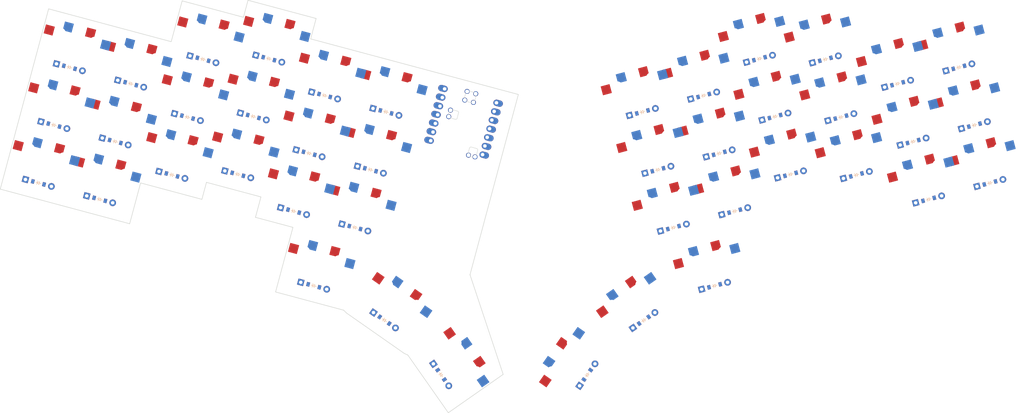
<source format=kicad_pcb>
(kicad_pcb (version 20241229) (generator "pcbnew") (generator_version "9.0")
  (title_block (title "left") (rev "v1.0.0") (company "Unknown"))
  (layers (0 "F.Cu" signal) (2 "B.Cu" signal) (13 "F.Paste" user) (15 "B.Paste" user) (5 "F.SilkS" user) (7 "B.SilkS" user) (1 "F.Mask" user) (3 "B.Mask" user) (25 "Edge.Cuts" user))
  (net 0 "")
  (net 1 "outer_bottom")
  (net 2 "outer_home")
  (net 3 "outer_top")
  (net 4 "pinky_bottom")
  (net 5 "pinky_home")
  (net 6 "pinky_top")
  (net 7 "ring_bottom")
  (net 8 "ring_home")
  (net 9 "ring_top")
  (net 10 "middle_bottom")
  (net 11 "middle_home")
  (net 12 "middle_top")
  (net 13 "index_bottom")
  (net 14 "index_home")
  (net 15 "index_top")
  (net 16 "inner_bottom")
  (net 17 "inner_home")
  (net 18 "inner_top")
  (net 19 "near_thumb")
  (net 20 "home_thumb")
  (net 21 "far_thumb")
  (net 22 "mirror_outer_bottom")
  (net 23 "mirror_outer_home")
  (net 24 "mirror_outer_top")
  (net 25 "mirror_pinky_bottom")
  (net 26 "mirror_pinky_home")
  (net 27 "mirror_pinky_top")
  (net 28 "mirror_ring_bottom")
  (net 29 "mirror_ring_home")
  (net 30 "mirror_ring_top")
  (net 31 "mirror_middle_bottom")
  (net 32 "mirror_middle_home")
  (net 33 "mirror_middle_top")
  (net 34 "mirror_index_bottom")
  (net 35 "mirror_index_home")
  (net 36 "mirror_index_top")
  (net 37 "mirror_inner_bottom")
  (net 38 "mirror_inner_home")
  (net 39 "mirror_inner_top")
  (net 40 "mirror_near_thumb")
  (net 41 "mirror_home_thumb")
  (net 42 "mirror_far_thumb")
  (net 43 "P0")
  (net 44 "P1")
  (net 45 "P2")
  (net 46 "P3")
  (net 47 "P4")
  (net 48 "P5")
  (net 49 "P6")
  (net 50 "RAW5V")
  (net 51 "GND")
  (net 52 "RAW3V3")
  (net 53 "P10")
  (net 54 "P9")
  (net 55 "P8")
  (net 56 "P7")
  (net 57 "SWCLK")
  (net 58 "SWDIO")
  (net 59 "RST")
  (net 60 "BAT_POS")
  (net 61 "BAT_NEG")
  (net 62 "NFC0")
  (net 63 "NFC1")
  (footprint "PG1350" (layer "F.Cu") (at 249.93949 4.658743 15)
    (property "Reference" "S25" (hide yes))
    (property "Value" "" (hide yes))
    (pad "" np_thru_hole circle (at -5.5 0) (size 1.7018 1.7018) (drill 1.7018) (layers "*.Cu" "*.Mask"))
    (pad "" np_thru_hole circle (at -5 -3.75) (size 3 3) (drill 3) (layers "*.Cu" "*.Mask"))
    (pad "" np_thru_hole circle (at 0 -5.95) (size 3 3) (drill 3) (layers "*.Cu" "*.Mask"))
    (pad "" np_thru_hole circle (at 0 -5.95) (size 3 3) (drill 3) (layers "*.Cu" "*.Mask"))
    (pad "" np_thru_hole circle (at 0 0) (size 3.429 3.429) (drill 3.429) (layers "*.Cu" "*.Mask"))
    (pad "" np_thru_hole circle (at 5 -3.75) (size 3 3) (drill 3) (layers "*.Cu" "*.Mask"))
    (pad "" np_thru_hole circle (at 5.5 0) (size 1.7018 1.7018) (drill 1.7018) (layers "*.Cu" "*.Mask"))
    (pad "1" smd rect (at -3.275 -5.95 15) (size 2.6 2.6) (layers "B.Cu" "B.Mask" "B.Paste"))
    (pad "1" smd rect (at 3.275 -5.95 15) (size 2.6 2.6) (layers "F.Cu" "F.Mask" "F.Paste"))
    (pad "2" smd rect (at -8.275 -3.75 15) (size 2.6 2.6) (layers "F.Cu" "F.Mask" "F.Paste") (net 25 "mirror_pinky_bottom"))
    (pad "2" smd rect (at 8.275 -3.75 15) (size 2.6 2.6) (layers "B.Cu" "B.Mask" "B.Paste") (net 25 "mirror_pinky_bottom"))
  )
  (footprint "PG1350" (layer "F.Cu") (at 98.580182 -20.172948 -15)
    (property "Reference" "S18" (hide yes))
    (property "Value" "" (hide yes))
    (pad "" np_thru_hole circle (at -5.5 0) (size 1.7018 1.7018) (drill 1.7018) (layers "*.Cu" "*.Mask"))
    (pad "" np_thru_hole circle (at -5 -3.75) (size 3 3) (drill 3) (layers "*.Cu" "*.Mask"))
    (pad "" np_thru_hole circle (at 0 -5.95) (size 3 3) (drill 3) (layers "*.Cu" "*.Mask"))
    (pad "" np_thru_hole circle (at 0 -5.95) (size 3 3) (drill 3) (layers "*.Cu" "*.Mask"))
    (pad "" np_thru_hole circle (at 0 0) (size 3.429 3.429) (drill 3.429) (layers "*.Cu" "*.Mask"))
    (pad "" np_thru_hole circle (at 5 -3.75) (size 3 3) (drill 3) (layers "*.Cu" "*.Mask"))
    (pad "" np_thru_hole circle (at 5.5 0) (size 1.7018 1.7018) (drill 1.7018) (layers "*.Cu" "*.Mask"))
    (pad "1" smd rect (at -3.275 -5.95 345) (size 2.6 2.6) (layers "B.Cu" "B.Mask" "B.Paste"))
    (pad "1" smd rect (at 3.275 -5.95 345) (size 2.6 2.6) (layers "F.Cu" "F.Mask" "F.Paste"))
    (pad "2" smd rect (at -8.275 -3.75 345) (size 2.6 2.6) (layers "F.Cu" "F.Mask" "F.Paste") (net 18 "inner_top"))
    (pad "2" smd rect (at 8.275 -3.75 345) (size 2.6 2.6) (layers "B.Cu" "B.Mask" "B.Paste") (net 18 "inner_top"))
  )
  (footprint "PG1350" (layer "F.Cu") (at 258.526308 -32.841478 15)
    (property "Reference" "S24" (hide yes))
    (property "Value" "" (hide yes))
    (pad "" np_thru_hole circle (at -5.5 0) (size 1.7018 1.7018) (drill 1.7018) (layers "*.Cu" "*.Mask"))
    (pad "" np_thru_hole circle (at -5 -3.75) (size 3 3) (drill 3) (layers "*.Cu" "*.Mask"))
    (pad "" np_thru_hole circle (at 0 -5.95) (size 3 3) (drill 3) (layers "*.Cu" "*.Mask"))
    (pad "" np_thru_hole circle (at 0 -5.95) (size 3 3) (drill 3) (layers "*.Cu" "*.Mask"))
    (pad "" np_thru_hole circle (at 0 0) (size 3.429 3.429) (drill 3.429) (layers "*.Cu" "*.Mask"))
    (pad "" np_thru_hole circle (at 5 -3.75) (size 3 3) (drill 3) (layers "*.Cu" "*.Mask"))
    (pad "" np_thru_hole circle (at 5.5 0) (size 1.7018 1.7018) (drill 1.7018) (layers "*.Cu" "*.Mask"))
    (pad "1" smd rect (at -3.275 -5.95 15) (size 2.6 2.6) (layers "B.Cu" "B.Mask" "B.Paste"))
    (pad "1" smd rect (at 3.275 -5.95 15) (size 2.6 2.6) (layers "F.Cu" "F.Mask" "F.Paste"))
    (pad "2" smd rect (at -8.275 -3.75 15) (size 2.6 2.6) (layers "F.Cu" "F.Mask" "F.Paste") (net 24 "mirror_outer_top"))
    (pad "2" smd rect (at 8.275 -3.75 15) (size 2.6 2.6) (layers "B.Cu" "B.Mask" "B.Paste") (net 24 "mirror_outer_top"))
  )
  (footprint "ComboDiode" (layer "F.Cu") (at 221.941245 -30.285473 15)
    (property "Reference" "D30" (hide yes))
    (property "Value" "" (hide yes))
    (pad "1" thru_hole rect (at -3.81 0.000001 15) (size 1.778 1.778) (drill 0.9906) (layers "*.Cu" "*.Mask"))
    (pad "1" smd rect (at -1.65 -0.000001 15) (size 0.9 1.2) (layers "F.Cu" "F.Mask" "F.Paste"))
    (pad "1" smd rect (at -1.65 -0.000001 15) (size 0.9 1.2) (layers "B.Cu" "B.Mask" "B.Paste"))
    (pad "2" smd rect (at 1.65 0.000001 15) (size 0.9 1.2) (layers "F.Cu" "F.Mask" "F.Paste") (net 30 "mirror_ring_top"))
    (pad "2" smd rect (at 1.65 0.000001 15) (size 0.9 1.2) (layers "B.Cu" "B.Mask" "B.Paste") (net 30 "mirror_ring_top"))
    (pad "2" thru_hole circle (at 3.81 -0.000001 15) (size 1.905 1.905) (drill 0.9906) (layers "*.Cu" "*.Mask") (net 30 "mirror_ring_top"))
  )
  (footprint "PG1350" (layer "F.Cu") (at 186.132639 -24.831691 15)
    (property "Reference" "S36" (hide yes))
    (property "Value" "" (hide yes))
    (pad "" np_thru_hole circle (at -5.5 0) (size 1.7018 1.7018) (drill 1.7018) (layers "*.Cu" "*.Mask"))
    (pad "" np_thru_hole circle (at -5 -3.75) (size 3 3) (drill 3) (layers "*.Cu" "*.Mask"))
    (pad "" np_thru_hole circle (at 0 -5.95) (size 3 3) (drill 3) (layers "*.Cu" "*.Mask"))
    (pad "" np_thru_hole circle (at 0 -5.95) (size 3 3) (drill 3) (layers "*.Cu" "*.Mask"))
    (pad "" np_thru_hole circle (at 0 0) (size 3.429 3.429) (drill 3.429) (layers "*.Cu" "*.Mask"))
    (pad "" np_thru_hole circle (at 5 -3.75) (size 3 3) (drill 3) (layers "*.Cu" "*.Mask"))
    (pad "" np_thru_hole circle (at 5.5 0) (size 1.7018 1.7018) (drill 1.7018) (layers "*.Cu" "*.Mask"))
    (pad "1" smd rect (at -3.275 -5.95 15) (size 2.6 2.6) (layers "B.Cu" "B.Mask" "B.Paste"))
    (pad "1" smd rect (at 3.275 -5.95 15) (size 2.6 2.6) (layers "F.Cu" "F.Mask" "F.Paste"))
    (pad "2" smd rect (at -8.275 -3.75 15) (size 2.6 2.6) (layers "F.Cu" "F.Mask" "F.Paste") (net 36 "mirror_index_top"))
    (pad "2" smd rect (at 8.275 -3.75 15) (size 2.6 2.6) (layers "B.Cu" "B.Mask" "B.Paste") (net 36 "mirror_index_top"))
  )
  (footprint "ComboDiode" (layer "F.Cu") (at 154.402283 59.328186 55)
    (property "Reference" "D42" (hide yes))
    (property "Value" "" (hide yes))
    (pad "1" thru_hole rect (at -3.81 0 55) (size 1.778 1.778) (drill 0.9906) (layers "*.Cu" "*.Mask"))
    (pad "1" smd rect (at -1.65 0 55) (size 0.9 1.2) (layers "F.Cu" "F.Mask" "F.Paste"))
    (pad "1" smd rect (at -1.65 0 55) (size 0.9 1.2) (layers "B.Cu" "B.Mask" "B.Paste"))
    (pad "2" smd rect (at 1.65 0 55) (size 0.9 1.2) (layers "F.Cu" "F.Mask" "F.Paste") (net 42 "mirror_far_thumb"))
    (pad "2" smd rect (at 1.65 0 55) (size 0.9 1.2) (layers "B.Cu" "B.Mask" "B.Paste") (net 42 "mirror_far_thumb"))
    (pad "2" thru_hole circle (at 3.81 0 55) (size 1.905 1.905) (drill 0.9906) (layers "*.Cu" "*.Mask") (net 42 "mirror_far_thumb"))
  )
  (footprint "ComboDiode" (layer "F.Cu") (at 24.892417 -23.353106 -15)
    (property "Reference" "D6" (hide yes))
    (property "Value" "" (hide yes))
    (pad "1" thru_hole rect (at -3.81 -0.000001 345) (size 1.778 1.778) (drill 0.9906) (layers "*.Cu" "*.Mask"))
    (pad "1" smd rect (at -1.65 0.000001 345) (size 0.9 1.2) (layers "F.Cu" "F.Mask" "F.Paste"))
    (pad "1" smd rect (at -1.65 0.000001 345) (size 0.9 1.2) (layers "B.Cu" "B.Mask" "B.Paste"))
    (pad "2" smd rect (at 1.65 -0.000001 345) (size 0.9 1.2) (layers "F.Cu" "F.Mask" "F.Paste") (net 6 "pinky_top"))
    (pad "2" smd rect (at 1.65 -0.000001 345) (size 0.9 1.2) (layers "B.Cu" "B.Mask" "B.Paste") (net 6 "pinky_top"))
    (pad "2" thru_hole circle (at 3.81 0.000001 345) (size 1.905 1.905) (drill 0.9906) (layers "*.Cu" "*.Mask") (net 6 "pinky_top"))
  )
  (footprint "ComboDiode" (layer "F.Cu") (at 92.886163 1.07742 -15)
    (property "Reference" "D17" (hide yes))
    (property "Value" "" (hide yes))
    (pad "1" thru_hole rect (at -3.81 -0.000001 345) (size 1.778 1.778) (drill 0.9906) (layers "*.Cu" "*.Mask"))
    (pad "1" smd rect (at -1.65 0.000001 345) (size 0.9 1.2) (layers "F.Cu" "F.Mask" "F.Paste"))
    (pad "1" smd rect (at -1.65 0.000001 345) (size 0.9 1.2) (layers "B.Cu" "B.Mask" "B.Paste"))
    (pad "2" smd rect (at 1.65 -0.000001 345) (size 0.9 1.2) (layers "F.Cu" "F.Mask" "F.Paste") (net 17 "inner_home"))
    (pad "2" smd rect (at 1.65 -0.000001 345) (size 0.9 1.2) (layers "B.Cu" "B.Mask" "B.Paste") (net 17 "inner_home"))
    (pad "2" thru_hole circle (at 3.81 0.000001 345) (size 1.905 1.905) (drill 0.9906) (layers "*.Cu" "*.Mask") (net 17 "inner_home"))
  )
  (footprint "ComboDiode" (layer "F.Cu") (at 112.923873 59.328186 -55)
    (property "Reference" "D21" (hide yes))
    (property "Value" "" (hide yes))
    (pad "1" thru_hole rect (at -3.81 0 305) (size 1.778 1.778) (drill 0.9906) (layers "*.Cu" "*.Mask"))
    (pad "1" smd rect (at -1.65 0 305) (size 0.9 1.2) (layers "F.Cu" "F.Mask" "F.Paste"))
    (pad "1" smd rect (at -1.65 0 305) (size 0.9 1.2) (layers "B.Cu" "B.Mask" "B.Paste"))
    (pad "2" smd rect (at 1.65 0 305) (size 0.9 1.2) (layers "F.Cu" "F.Mask" "F.Paste") (net 21 "far_thumb"))
    (pad "2" smd rect (at 1.65 0 305) (size 0.9 1.2) (layers "B.Cu" "B.Mask" "B.Paste") (net 21 "far_thumb"))
    (pad "2" thru_hole circle (at 3.81 0 305) (size 1.905 1.905) (drill 0.9906) (layers "*.Cu" "*.Mask") (net 21 "far_thumb"))
  )
  (footprint "PG1350" (layer "F.Cu") (at 94.180258 -3.752209 -15)
    (property "Reference" "S17" (hide yes))
    (property "Value" "" (hide yes))
    (pad "" np_thru_hole circle (at -5.5 0) (size 1.7018 1.7018) (drill 1.7018) (layers "*.Cu" "*.Mask"))
    (pad "" np_thru_hole circle (at -5 -3.75) (size 3 3) (drill 3) (layers "*.Cu" "*.Mask"))
    (pad "" np_thru_hole circle (at 0 -5.95) (size 3 3) (drill 3) (layers "*.Cu" "*.Mask"))
    (pad "" np_thru_hole circle (at 0 -5.95) (size 3 3) (drill 3) (layers "*.Cu" "*.Mask"))
    (pad "" np_thru_hole circle (at 0 0) (size 3.429 3.429) (drill 3.429) (layers "*.Cu" "*.Mask"))
    (pad "" np_thru_hole circle (at 5 -3.75) (size 3 3) (drill 3) (layers "*.Cu" "*.Mask"))
    (pad "" np_thru_hole circle (at 5.5 0) (size 1.7018 1.7018) (drill 1.7018) (layers "*.Cu" "*.Mask"))
    (pad "1" smd rect (at -3.275 -5.95 345) (size 2.6 2.6) (layers "B.Cu" "B.Mask" "B.Paste"))
    (pad "1" smd rect (at 3.275 -5.95 345) (size 2.6 2.6) (layers "F.Cu" "F.Mask" "F.Paste"))
    (pad "2" smd rect (at -8.275 -3.75 345) (size 2.6 2.6) (layers "F.Cu" "F.Mask" "F.Paste") (net 17 "inner_home"))
    (pad "2" smd rect (at 8.275 -3.75 345) (size 2.6 2.6) (layers "B.Cu" "B.Mask" "B.Paste") (net 17 "inner_home"))
  )
  (footprint "ComboDiode" (layer "F.Cu") (at 242.433738 -23.353106 15)
    (property "Reference" "D27" (hide yes))
    (property "Value" "" (hide yes))
    (pad "1" thru_hole rect (at -3.81 0.000001 15) (size 1.778 1.778) (drill 0.9906) (layers "*.Cu" "*.Mask"))
    (pad "1" smd rect (at -1.65 -0.000001 15) (size 0.9 1.2) (layers "F.Cu" "F.Mask" "F.Paste"))
    (pad "1" smd rect (at -1.65 -0.000001 15) (size 0.9 1.2) (layers "B.Cu" "B.Mask" "B.Paste"))
    (pad "2" smd rect (at 1.65 0.000001 15) (size 0.9 1.2) (layers "F.Cu" "F.Mask" "F.Paste") (net 27 "mirror_pinky_top"))
    (pad "2" smd rect (at 1.65 0.000001 15) (size 0.9 1.2) (layers "B.Cu" "B.Mask" "B.Paste") (net 27 "mirror_pinky_top"))
    (pad "2" thru_hole circle (at 3.81 -0.000001 15) (size 1.905 1.905) (drill 0.9906) (layers "*.Cu" "*.Mask") (net 27 "mirror_pinky_top"))
  )
  (footprint "PG1350" (layer "F.Cu") (at 89.780334 12.66853 -15)
    (property "Reference" "S16" (hide yes))
    (property "Value" "" (hide yes))
    (pad "" np_thru_hole circle (at -5.5 0) (size 1.7018 1.7018) (drill 1.7018) (layers "*.Cu" "*.Mask"))
    (pad "" np_thru_hole circle (at -5 -3.75) (size 3 3) (drill 3) (layers "*.Cu" "*.Mask"))
    (pad "" np_thru_hole circle (at 0 -5.95) (size 3 3) (drill 3) (layers "*.Cu" "*.Mask"))
    (pad "" np_thru_hole circle (at 0 -5.95) (size 3 3) (drill 3) (layers "*.Cu" "*.Mask"))
    (pad "" np_thru_hole circle (at 0 0) (size 3.429 3.429) (drill 3.429) (layers "*.Cu" "*.Mask"))
    (pad "" np_thru_hole circle (at 5 -3.75) (size 3 3) (drill 3) (layers "*.Cu" "*.Mask"))
    (pad "" np_thru_hole circle (at 5.5 0) (size 1.7018 1.7018) (drill 1.7018) (layers "*.Cu" "*.Mask"))
    (pad "1" smd rect (at -3.275 -5.95 345) (size 2.6 2.6) (layers "B.Cu" "B.Mask" "B.Paste"))
    (pad "1" smd rect (at 3.275 -5.95 345) (size 2.6 2.6) (layers "F.Cu" "F.Mask" "F.Paste"))
    (pad "2" smd rect (at -8.275 -3.75 345) (size 2.6 2.6) (layers "F.Cu" "F.Mask" "F.Paste") (net 16 "inner_bottom"))
    (pad "2" smd rect (at 8.275 -3.75 345) (size 2.6 2.6) (layers "B.Cu" "B.Mask" "B.Paste") (net 16 "inner_bottom"))
  )
  (footprint "ComboDiode" (layer "F.Cu") (at 174.439993 1.07742 15)
    (property "Reference" "D38" (hide yes))
    (property "Value" "" (hide yes))
    (pad "1" thru_hole rect (at -3.81 0.000001 15) (size 1.778 1.778) (drill 0.9906) (layers "*.Cu" "*.Mask"))
    (pad "1" smd rect (at -1.65 -0.000001 15) (size 0.9 1.2) (layers "F.Cu" "F.Mask" "F.Paste"))
    (pad "1" smd rect (at -1.65 -0.000001 15) (size 0.9 1.2) (layers "B.Cu" "B.Mask" "B.Paste"))
    (pad "2" smd rect (at 1.65 0.000001 15) (size 0.9 1.2) (layers "F.Cu" "F.Mask" "F.Paste") (net 38 "mirror_inner_home"))
    (pad "2" smd rect (at 1.65 0.000001 15) (size 0.9 1.2) (layers "B.Cu" "B.Mask" "B.Paste") (net 38 "mirror_inner_home"))
    (pad "2" thru_hole circle (at 3.81 -0.000001 15) (size 1.905 1.905) (drill 0.9906) (layers "*.Cu" "*.Mask") (net 38 "mirror_inner_home"))
  )
  (footprint "ComboDiode" (layer "F.Cu") (at 212.060332 2.385119 15)
    (property "Reference" "D31" (hide yes))
    (property "Value" "" (hide yes))
    (pad "1" thru_hole rect (at -3.81 0.000001 15) (size 1.778 1.778) (drill 0.9906) (layers "*.Cu" "*.Mask"))
    (pad "1" smd rect (at -1.65 -0.000001 15) (size 0.9 1.2) (layers "F.Cu" "F.Mask" "F.Paste"))
    (pad "1" smd rect (at -1.65 -0.000001 15) (size 0.9 1.2) (layers "B.Cu" "B.Mask" "B.Paste"))
    (pad "2" smd rect (at 1.65 0.000001 15) (size 0.9 1.2) (layers "F.Cu" "F.Mask" "F.Paste") (net 31 "mirror_middle_bottom"))
    (pad "2" smd rect (at 1.65 0.000001 15) (size 0.9 1.2) (layers "B.Cu" "B.Mask" "B.Paste") (net 31 "mirror_middle_bottom"))
    (pad "2" thru_hole circle (at 3.81 -0.000001 15) (size 1.905 1.905) (drill 0.9906) (layers "*.Cu" "*.Mask") (net 31 "mirror_middle_bottom"))
  )
  (footprint "PG1350" (layer "F.Cu") (at 167.590716 39.728656 35)
    (property "Reference" "S41" (hide yes))
    (property "Value" "" (hide yes))
    (pad "" np_thru_hole circle (at -5.5 0) (size 1.7018 1.7018) (drill 1.7018) (layers "*.Cu" "*.Mask"))
    (pad "" np_thru_hole circle (at -5 -3.75) (size 3 3) (drill 3) (layers "*.Cu" "*.Mask"))
    (pad "" np_thru_hole circle (at 0 -5.95) (size 3 3) (drill 3) (layers "*.Cu" "*.Mask"))
    (pad "" np_thru_hole circle (at 0 -5.95) (size 3 3) (drill 3) (layers "*.Cu" "*.Mask"))
    (pad "" np_thru_hole circle (at 0 0) (size 3.429 3.429) (drill 3.429) (layers "*.Cu" "*.Mask"))
    (pad "" np_thru_hole circle (at 5 -3.749999) (size 3 3) (drill 3) (layers "*.Cu" "*.Mask"))
    (pad "" np_thru_hole circle (at 5.5 0) (size 1.7018 1.7018) (drill 1.7018) (layers "*.Cu" "*.Mask"))
    (pad "1" smd rect (at -3.275 -5.95 35) (size 2.6 2.6) (layers "B.Cu" "B.Mask" "B.Paste"))
    (pad "1" smd rect (at 3.275 -5.95 35) (size 2.6 2.6) (layers "F.Cu" "F.Mask" "F.Paste"))
    (pad "2" smd rect (at -8.275 -3.75 35) (size 2.6 2.6) (layers "F.Cu" "F.Mask" "F.Paste") (net 41 "mirror_home_thumb"))
    (pad "2" smd rect (at 8.275 -3.75 35) (size 2.6 2.6) (layers "B.Cu" "B.Mask" "B.Paste") (net 41 "mirror_home_thumb"))
  )
  (footprint "PG1350" (layer "F.Cu") (at 4.399924 -16.420739 -15)
    (property "Reference" "S2" (hide yes))
    (property "Value" "" (hide yes))
    (pad "" np_thru_hole circle (at -5.5 0) (size 1.7018 1.7018) (drill 1.7018) (layers "*.Cu" "*.Mask"))
    (pad "" np_thru_hole circle (at -5 -3.75) (size 3 3) (drill 3) (layers "*.Cu" "*.Mask"))
    (pad "" np_thru_hole circle (at 0 -5.95) (size 3 3) (drill 3) (layers "*.Cu" "*.Mask"))
    (pad "" np_thru_hole circle (at 0 -5.95) (size 3 3) (drill 3) (layers "*.Cu" "*.Mask"))
    (pad "" np_thru_hole circle (at 0 0) (size 3.429 3.429) (drill 3.429) (layers "*.Cu" "*.Mask"))
    (pad "" np_thru_hole circle (at 5 -3.75) (size 3 3) (drill 3) (layers "*.Cu" "*.Mask"))
    (pad "" np_thru_hole circle (at 5.5 0) (size 1.7018 1.7018) (drill 1.7018) (layers "*.Cu" "*.Mask"))
    (pad "1" smd rect (at -3.275 -5.95 345) (size 2.6 2.6) (layers "B.Cu" "B.Mask" "B.Paste"))
    (pad "1" smd rect (at 3.275 -5.95 345) (size 2.6 2.6) (layers "F.Cu" "F.Mask" "F.Paste"))
    (pad "2" smd rect (at -8.275 -3.75 345) (size 2.6 2.6) (layers "F.Cu" "F.Mask" "F.Paste") (net 2 "outer_home"))
    (pad "2" smd rect (at 8.275 -3.75 345) (size 2.6 2.6) (layers "B.Cu" "B.Mask" "B.Paste") (net 2 "outer_home"))
  )
  (footprint "PG1350" (layer "F.Cu") (at 225.047073 -18.694363 15)
    (property "Reference" "S29" (hide yes))
    (property "Value" "" (hide yes))
    (pad "" np_thru_hole circle (at -5.5 0) (size 1.7018 1.7018) (drill 1.7018) (layers "*.Cu" "*.Mask"))
    (pad "" np_thru_hole circle (at -5 -3.75) (size 3 3) (drill 3) (layers "*.Cu" "*.Mask"))
    (pad "" np_thru_hole circle (at 0 -5.95) (size 3 3) (drill 3) (layers "*.Cu" "*.Mask"))
    (pad "" np_thru_hole circle (at 0 -5.95) (size 3 3) (drill 3) (layers "*.Cu" "*.Mask"))
    (pad "" np_thru_hole circle (at 0 0) (size 3.429 3.429) (drill 3.429) (layers "*.Cu" "*.Mask"))
    (pad "" np_thru_hole circle (at 5 -3.75) (size 3 3) (drill 3) (layers "*.Cu" "*.Mask"))
    (pad "" np_thru_hole circle (at 5.5 0) (size 1.7018 1.7018) (drill 1.7018) (layers "*.Cu" "*.Mask"))
    (pad "1" smd rect (at -3.275 -5.95 15) (size 2.6 2.6) (layers "B.Cu" "B.Mask" "B.Paste"))
    (pad "1" smd rect (at 3.275 -5.95 15) (size 2.6 2.6) (layers "F.Cu" "F.Mask" "F.Paste"))
    (pad "2" smd rect (at -8.275 -3.75 15) (size 2.6 2.6) (layers "F.Cu" "F.Mask" "F.Paste") (net 29 "mirror_ring_home"))
    (pad "2" smd rect (at 8.275 -3.75 15) (size 2.6 2.6) (layers "B.Cu" "B.Mask" "B.Paste") (net 29 "mirror_ring_home"))
  )
  (footprint "ComboDiode" (layer "F.Cu") (at 55.265823 2.385119 -15)
    (property "Reference" "D10" (hide yes))
    (property "Value" "" (hide yes))
    (pad "1" thru_hole rect (at -3.81 -0.000001 345) (size 1.778 1.778) (drill 0.9906) (layers "*.Cu" "*.Mask"))
    (pad "1" smd rect (at -1.65 0.000001 345) (size 0.9 1.2) (layers "F.Cu" "F.Mask" "F.Paste"))
    (pad "1" smd rect (at -1.65 0.000001 345) (size 0.9 1.2) (layers "B.Cu" "B.Mask" "B.Paste"))
    (pad "2" smd rect (at 1.65 -0.000001 345) (size 0.9 1.2) (layers "F.Cu" "F.Mask" "F.Paste") (net 10 "middle_bottom"))
    (pad "2" smd rect (at 1.65 -0.000001 345) (size 0.9 1.2) (layers "B.Cu" "B.Mask" "B.Paste") (net 10 "middle_bottom"))
    (pad "2" thru_hole circle (at 3.81 0.000001 345) (size 1.905 1.905) (drill 0.9906) (layers "*.Cu" "*.Mask") (net 10 "middle_bottom"))
  )
  (footprint "ComboDiode" (layer "F.Cu") (at 170.458598 43.824416 35)
    (property "Reference" "D41" (hide yes))
    (property "Value" "" (hide yes))
    (pad "1" thru_hole rect (at -3.81 0 35) (size 1.778 1.778) (drill 0.9906) (layers "*.Cu" "*.Mask"))
    (pad "1" smd rect (at -1.65 0 35) (size 0.9 1.2) (layers "F.Cu" "F.Mask" "F.Paste"))
    (pad "1" smd rect (at -1.65 0 35) (size 0.9 1.2) (layers "B.Cu" "B.Mask" "B.Paste"))
    (pad "2" smd rect (at 1.65 0 35) (size 0.9 1.2) (layers "F.Cu" "F.Mask" "F.Paste") (net 41 "mirror_home_thumb"))
    (pad "2" smd rect (at 1.65 0 35) (size 0.9 1.2) (layers "B.Cu" "B.Mask" "B.Paste") (net 41 "mirror_home_thumb"))
    (pad "2" thru_hole circle (at 3.81 0 35) (size 1.905 1.905) (drill 0.9906) (layers "*.Cu" "*.Mask") (net 41 "mirror_home_thumb"))
  )
  (footprint "PG1350" (layer "F.Cu") (at 229.446997 -2.273624 15)
    (property "Reference" "S28" (hide yes))
    (property "Value" "" (hide yes))
    (pad "" np_thru_hole circle (at -5.5 0) (size 1.7018 1.7018) (drill 1.7018) (layers "*.Cu" "*.Mask"))
    (pad "" np_thru_hole circle (at -5 -3.75) (size 3 3) (drill 3) (layers "*.Cu" "*.Mask"))
    (pad "" np_thru_hole circle (at 0 -5.95) (size 3 3) (drill 3) (layers "*.Cu" "*.Mask"))
    (pad "" np_thru_hole circle (at 0 -5.95) (size 3 3) (drill 3) (layers "*.Cu" "*.Mask"))
    (pad "" np_thru_hole circle (at 0 0) (size 3.429 3.429) (drill 3.429) (layers "*.Cu" "*.Mask"))
    (pad "" np_thru_hole circle (at 5 -3.75) (size 3 3) (drill 3) (layers "*.Cu" "*.Mask"))
    (pad "" np_thru_hole circle (at 5.5 0) (size 1.7018 1.7018) (drill 1.7018) (layers "*.Cu" "*.Mask"))
    (pad "1" smd rect (at -3.275 -5.95 15) (size 2.6 2.6) (layers "B.Cu" "B.Mask" "B.Paste"))
    (pad "1" smd rect (at 3.275 -5.95 15) (size 2.6 2.6) (layers "F.Cu" "F.Mask" "F.Paste"))
    (pad "2" smd rect (at -8.275 -3.75 15) (size 2.6 2.6) (layers "F.Cu" "F.Mask" "F.Paste") (net 28 "mirror_ring_bottom"))
    (pad "2" smd rect (at 8.275 -3.75 15) (size 2.6 2.6) (layers "B.Cu" "B.Mask" "B.Paste") (net 28 "mirror_ring_bottom"))
  )
  (footprint "PG1350" (layer "F.Cu") (at 0 0 -15)
    (property "Reference" "S1" (hide yes))
    (property "Value" "" (hide yes))
    (pad "" np_thru_hole circle (at -5.5 0) (size 1.7018 1.7018) (drill 1.7018) (layers "*.Cu" "*.Mask"))
    (pad "" np_thru_hole circle (at -5 -3.75) (size 3 3) (drill 3) (layers "*.Cu" "*.Mask"))
    (pad "" np_thru_hole circle (at 0 -5.95) (size 3 3) (drill 3) (layers "*.Cu" "*.Mask"))
    (pad "" np_thru_hole circle (at 0 -5.95) (size 3 3) (drill 3) (layers "*.Cu" "*.Mask"))
    (pad "" np_thru_hole circle (at 0 0) (size 3.429 3.429) (drill 3.429) (layers "*.Cu" "*.Mask"))
    (pad "" np_thru_hole circle (at 5 -3.75) (size 3 3) (drill 3) (layers "*.Cu" "*.Mask"))
    (pad "" np_thru_hole circle (at 5.5 0) (size 1.7018 1.7018) (drill 1.7018) (layers "*.Cu" "*.Mask"))
    (pad "1" smd rect (at -3.275 -5.95 345) (size 2.6 2.6) (layers "B.Cu" "B.Mask" "B.Paste"))
    (pad "1" smd rect (at 3.275 -5.95 345) (size 2.6 2.6) (layers "F.Cu" "F.Mask" "F.Paste"))
    (pad "2" smd rect (at -8.275 -3.75 345) (size 2.6 2.6) (layers "F.Cu" "F.Mask" "F.Paste") (net 1 "outer_bottom"))
    (pad "2" smd rect (at 8.275 -3.75 345) (size 2.6 2.6) (layers "B.Cu" "B.Mask" "B.Paste") (net 1 "outer_bottom"))
  )
  (footprint "PG1350" (layer "F.Cu") (at 241.139643 -28.182735 15)
    (property "Reference" "S27" (hide yes))
    (property "Value" "" (hide yes))
    (pad "" np_thru_hole circle (at -5.5 0) (size 1.7018 1.7018) (drill 1.7018) (layers "*.Cu" "*.Mask"))
    (pad "" np_thru_hole circle (at -5 -3.75) (size 3 3) (drill 3) (layers "*.Cu" "*.Mask"))
    (pad "" np_thru_hole circle (at 0 -5.95) (size 3 3) (drill 3) (layers "*.Cu" "*.Mask"))
    (pad "" np_thru_hole circle (at 0 -5.95) (size 3 3) (drill 3) (layers "*.Cu" "*.Mask"))
    (pad "" np_thru_hole circle (at 0 0) (size 3.429 3.429) (drill 3.429) (layers "*.Cu" "*.Mask"))
    (pad "" np_thru_hole circle (at 5 -3.75) (size 3 3) (drill 3) (layers "*.Cu" "*.Mask"))
    (pad "" np_thru_hole circle (at 5.5 0) (size 1.7018 1.7018) (drill 1.7018) (layers "*.Cu" "*.Mask"))
    (pad "1" smd rect (at -3.275 -5.95 15) (size 2.6 2.6) (layers "B.Cu" "B.Mask" "B.Paste"))
    (pad "1" smd rect (at 3.275 -5.95 15) (size 2.6 2.6) (layers "F.Cu" "F.Mask" "F.Paste"))
    (pad "2" smd rect (at -8.275 -3.75 15) (size 2.6 2.6) (layers "F.Cu" "F.Mask" "F.Paste") (net 27 "mirror_pinky_top"))
    (pad "2" smd rect (at 8.275 -3.75 15) (size 2.6 2.6) (layers "B.Cu" "B.Mask" "B.Paste") (net 27 "mirror_pinky_top"))
  )
  (footprint "ComboDiode" (layer "F.Cu") (at 96.867557 43.824416 -35)
    (property "Reference" "D20" (hide yes))
    (property "Value" "" (hide yes))
    (pad "1" thru_hole rect (at -3.81 0 325) (size 1.778 1.778) (drill 0.9906) (layers "*.Cu" "*.Mask"))
    (pad "1" smd rect (at -1.65 0 325) (size 0.9 1.2) (layers "F.Cu" "F.Mask" "F.Paste"))
    (pad "1" smd rect (at -1.65 0 325) (size 0.9 1.2) (layers "B.Cu" "B.Mask" "B.Paste"))
    (pad "2" smd rect (at 1.65 0 325) (size 0.9 1.2) (layers "F.Cu" "F.Mask" "F.Paste") (net 20 "home_thumb"))
    (pad "2" smd rect (at 1.65 0 325) (size 0.9 1.2) (layers "B.Cu" "B.Mask" "B.Paste") (net 20 "home_thumb"))
    (pad "2" thru_hole circle (at 3.81 0 325) (size 1.905 1.905) (drill 0.9906) (layers "*.Cu" "*.Mask") (net 20 "home_thumb"))
  )
  (footprint "ComboDiode" (layer "F.Cu") (at 79.899421 -20.002062 -15)
    (property "Reference" "D15" (hide yes))
    (property "Value" "" (hide yes))
    (pad "1" thru_hole rect (at -3.81 -0.000001 345) (size 1.778 1.778) (drill 0.9906) (layers "*.Cu" "*.Mask"))
    (pad "1" smd rect (at -1.65 0.000001 345) (size 0.9 1.2) (layers "F.Cu" "F.Mask" "F.Paste"))
    (pad "1" smd rect (at -1.65 0.000001 345) (size 0.9 1.2) (layers "B.Cu" "B.Mask" "B.Paste"))
    (pad "2" smd rect (at 1.65 -0.000001 345) (size 0.9 1.2) (layers "F.Cu" "F.Mask" "F.Paste") (net 15 "index_top"))
    (pad "2" smd rect (at 1.65 -0.000001 345) (size 0.9 1.2) (layers "B.Cu" "B.Mask" "B.Paste") (net 15 "index_top"))
    (pad "2" thru_hole circle (at 3.81 0.000001 345) (size 1.905 1.905) (drill 0.9906) (layers "*.Cu" "*.Mask") (net 15 "index_top"))
  )
  (footprint "PG1350" (layer "F.Cu") (at 46.679006 -35.115102 -15)
    (property "Reference" "S9" (hide yes))
    (property "Value" "" (hide yes))
    (pad "" np_thru_hole circle (at -5.5 0) (size 1.7018 1.7018) (drill 1.7018) (layers "*.Cu" "*.Mask"))
    (pad "" np_thru_hole circle (at -5 -3.75) (size 3 3) (drill 3) (layers "*.Cu" "*.Mask"))
    (pad "" np_thru_hole circle (at 0 -5.95) (size 3 3) (drill 3) (layers "*.Cu" "*.Mask"))
    (pad "" np_thru_hole circle (at 0 -5.95) (size 3 3) (drill 3) (layers "*.Cu" "*.Mask"))
    (pad "" np_thru_hole circle (at 0 0) (size 3.429 3.429) (drill 3.429) (layers "*.Cu" "*.Mask"))
    (pad "" np_thru_hole circle (at 5 -3.75) (size 3 3) (drill 3) (layers "*.Cu" "*.Mask"))
    (pad "" np_thru_hole circle (at 5.5 0) (size 1.7018 1.7018) (drill 1.7018) (layers "*.Cu" "*.Mask"))
    (pad "1" smd rect (at -3.275 -5.95 345) (size 2.6 2.6) (layers "B.Cu" "B.Mask" "B.Paste"))
    (pad "1" smd rect (at 3.275 -5.95 345) (size 2.6 2.6) (layers "F.Cu" "F.Mask" "F.Paste"))
    (pad "2" smd rect (at -8.275 -3.75 345) (size 2.6 2.6) (layers "F.Cu" "F.Mask" "F.Paste") (net 9 "ring_top"))
    (pad "2" smd rect (at 8.275 -3.75 345) (size 2.6 2.6) (layers "B.Cu" "B.Mask" "B.Paste") (net 9 "ring_top"))
  )
  (footprint "PG1350" (layer "F.Cu") (at 76.793593 -8.410952 -15)
    (property "Reference" "S14" (hide yes))
    (property "Value" "" (hide yes))
    (pad "" np_thru_hole circle (at -5.5 0) (size 1.7018 1.7018) (drill 1.7018) (layers "*.Cu" "*.Mask"))
    (pad "" np_thru_hole circle (at -5 -3.75) (size 3 3) (drill 3) (layers "*.Cu" "*.Mask"))
    (pad "" np_thru_hole circle (at 0 -5.95) (size 3 3) (drill 3) (layers "*.Cu" "*.Mask"))
    (pad "" np_thru_hole circle (at 0 -5.95) (size 3 3) (drill 3) (layers "*.Cu" "*.Mask"))
    (pad "" np_thru_hole circle (at 0 0) (size 3.429 3.429) (drill 3.429) (layers "*.Cu" "*.Mask"))
    (pad "" np_thru_hole circle (at 5 -3.75) (size 3 3) (drill 3) (layers "*.Cu" "*.Mask"))
    (pad "" np_thru_hole circle (at 5.5 0) (size 1.7018 1.7018) (drill 1.7018) (layers "*.Cu" "*.Mask"))
    (pad "1" smd rect (at -3.275 -5.95 345) (size 2.6 2.6) (layers "B.Cu" "B.Mask" "B.Paste"))
    (pad "1" smd rect (at 3.275 -5.95 345) (size 2.6 2.6) (layers "F.Cu" "F.Mask" "F.Paste"))
    (pad "2" smd rect (at -8.275 -3.75 345) (size 2.6 2.6) (layers "F.Cu" "F.Mask" "F.Paste") (net 14 "index_home"))
    (pad "2" smd rect (at 8.275 -3.75 345) (size 2.6 2.6) (layers "B.Cu" "B.Mask" "B.Paste") (net 14 "index_home"))
  )
  (footprint "PG1350" (layer "F.Cu") (at 37.879158 -2.273624 -15)
    (property "Reference" "S7" (hide yes))
    (property "Value" "" (hide yes))
    (pad "" np_thru_hole circle (at -5.5 0) (size 1.7018 1.7018) (drill 1.7018) (layers "*.Cu" "*.Mask"))
    (pad "" np_thru_hole circle (at -5 -3.75) (size 3 3) (drill 3) (layers "*.Cu" "*.Mask"))
    (pad "" np_thru_hole circle (at 0 -5.95) (size 3 3) (drill 3) (layers "*.Cu" "*.Mask"))
    (pad "" np_thru_hole circle (at 0 -5.95) (size 3 3) (drill 3) (layers "*.Cu" "*.Mask"))
    (pad "" np_thru_hole circle (at 0 0) (size 3.429 3.429) (drill 3.429) (layers "*.Cu" "*.Mask"))
    (pad "" np_thru_hole circle (at 5 -3.75) (size 3 3) (drill 3) (layers "*.Cu" "*.Mask"))
    (pad "" np_thru_hole circle (at 5.5 0) (size 1.7018 1.7018) (drill 1.7018) (layers "*.Cu" "*.Mask"))
    (pad "1" smd rect (at -3.275 -5.95 345) (size 2.6 2.6) (layers "B.Cu" "B.Mask" "B.Paste"))
    (pad "1" smd rect (at 3.275 -5.95 345) (size 2.6 2.6) (layers "F.Cu" "F.Mask" "F.Paste"))
    (pad "2" smd rect (at -8.275 -3.75 345) (size 2.6 2.6) (layers "F.Cu" "F.Mask" "F.Paste") (net 7 "ring_bottom"))
    (pad "2" smd rect (at 8.275 -3.75 345) (size 2.6 2.6) (layers "B.Cu" "B.Mask" "B.Paste") (net 7 "ring_bottom"))
  )
  (footprint "PG1350" (layer "F.Cu") (at 78.101291 29.209387 -15)
    (property "Reference" "S19" (hide yes))
    (property "Value" "" (hide yes))
    (pad "" np_thru_hole circle (at -5.5 0) (size 1.7018 1.7018) (drill 1.7018) (layers "*.Cu" "*.Mask"))
    (pad "" np_thru_hole circle (at -5 -3.75) (size 3 3) (drill 3) (layers "*.Cu" "*.Mask"))
    (pad "" np_thru_hole circle (at 0 -5.95) (size 3 3) (drill 3) (layers "*.Cu" "*.Mask"))
    (pad "" np_thru_hole circle (at 0 -5.95) (size 3 3) (drill 3) (layers "*.Cu" "*.Mask"))
    (pad "" np_thru_hole circle (at 0 0) (size 3.429 3.429) (drill 3.429) (layers "*.Cu" "*.Mask"))
    (pad "" np_thru_hole circle (at 5 -3.75) (size 3 3) (drill 3) (layers "*.Cu" "*.Mask"))
    (pad "" np_thru_hole circle (at 5.5 0) (size 1.7018 1.7018) (drill 1.7018) (layers "*.Cu" "*.Mask"))
    (pad "1" smd rect (at -3.275 -5.95 345) (size 2.6 2.6) (layers "B.Cu" "B.Mask" "B.Paste"))
    (pad "1" smd rect (at 3.275 -5.95 345) (size 2.6 2.6) (layers "F.Cu" "F.Mask" "F.Paste"))
    (pad "2" smd rect (at -8.275 -3.75 345) (size 2.6 2.6) (layers "F.Cu" "F.Mask" "F.Paste") (net 19 "near_thumb"))
    (pad "2" smd rect (at 8.275 -3.75 345) (size 2.6 2.6) (layers "B.Cu" "B.Mask" "B.Paste") (net 19 "near_thumb"))
  )
  (footprint "ComboDiode" (layer "F.Cu") (at 3.105829 -11.59111 -15)
    (property "Reference" "D2" (hide yes))
    (property "Value" "" (hide yes))
    (pad "1" thru_hole rect (at -3.81 -0.000001 345) (size 1.778 1.778) (drill 0.9906) (layers "*.Cu" "*.Mask"))
    (pad "1" smd rect (at -1.65 0.000001 345) (size 0.9 1.2) (layers "F.Cu" "F.Mask" "F.Paste"))
    (pad "1" smd rect (at -1.65 0.000001 345) (size 0.9 1.2) (layers "B.Cu" "B.Mask" "B.Paste"))
    (pad "2" smd rect (at 1.65 -0.000001 345) (size 0.9 1.2) (layers "F.Cu" "F.Mask" "F.Paste") (net 2 "outer_home"))
    (pad "2" smd rect (at 1.65 -0.000001 345) (size 0.9 1.2) (layers "B.Cu" "B.Mask" "B.Paste") (net 2 "outer_home"))
    (pad "2" thru_hole circle (at 3.81 0.000001 345) (size 1.905 1.905) (drill 0.9906) (layers "*.Cu" "*.Mask") (net 2 "outer_home"))
  )
  (footprint "PG1350" (layer "F.Cu") (at 99.73544 39.728656 -35)
    (property "Reference" "S20" (hide yes))
    (property "Value" "" (hide yes))
    (pad "" np_thru_hole circle (at -5.5 0) (size 1.7018 1.7018) (drill 1.7018) (layers "*.Cu" "*.Mask"))
    (pad "" np_thru_hole circle (at -5 -3.749999) (size 3 3) (drill 3) (layers "*.Cu" "*.Mask"))
    (pad "" np_thru_hole circle (at 0 -5.95) (size 3 3) (drill 3) (layers "*.Cu" "*.Mask"))
    (pad "" np_thru_hole circle (at 0 -5.95) (size 3 3) (drill 3) (layers "*.Cu" "*.Mask"))
    (pad "" np_thru_hole circle (at 0 0) (size 3.429 3.429) (drill 3.429) (layers "*.Cu" "*.Mask"))
    (pad "" np_thru_hole circle (at 5 -3.75) (size 3 3) (drill 3) (layers "*.Cu" "*.Mask"))
    (pad "" np_thru_hole circle (at 5.5 0) (size 1.7018 1.7018) (drill 1.7018) (layers "*.Cu" "*.Mask"))
    (pad "1" smd rect (at -3.275 -5.95 325) (size 2.6 2.6) (layers "B.Cu" "B.Mask" "B.Paste"))
    (pad "1" smd rect (at 3.275 -5.95 325) (size 2.6 2.6) (layers "F.Cu" "F.Mask" "F.Paste"))
    (pad "2" smd rect (at -8.275 -3.75 325) (size 2.6 2.6) (layers "F.Cu" "F.Mask" "F.Paste") (net 20 "home_thumb"))
    (pad "2" smd rect (at 8.275 -3.75 325) (size 2.6 2.6) (layers "B.Cu" "B.Mask" "B.Paste") (net 20 "home_thumb"))
  )
  (footprint "ComboDiode" (layer "F.Cu") (at 190.518959 34.039017 15)
    (property "Reference" "D40" (hide yes))
    (property "Value" "" (hide yes))
    (pad "1" thru_hole rect (at -3.81 0.000001 15) (size 1.778 1.778) (drill 0.9906) (layers "*.Cu" "*.Mask"))
    (pad "1" smd rect (at -1.65 -0.000001 15) (size 0.9 1.2) (layers "F.Cu" "F.Mask" "F.Paste"))
    (pad "1" smd rect (at -1.65 -0.000001 15) (size 0.9 1.2) (layers "B.Cu" "B.Mask" "B.Paste"))
    (pad "2" smd rect (at 1.65 0.000001 15) (size 0.9 1.2) (layers "F.Cu" "F.Mask" "F.Paste") (net 40 "mirror_near_thumb"))
    (pad "2" smd rect (at 1.65 0.000001 15) (size 0.9 1.2) (layers "B.Cu" "B.Mask" "B.Paste") (net 40 "mirror_near_thumb"))
    (pad "2" thru_hole circle (at 3.81 -0.000001 15) (size 1.905 1.905) (drill 0.9906) (layers "*.Cu" "*.Mask") (net 40 "mirror_near_thumb"))
  )
  (footprint "PG1350" (layer "F.Cu") (at 194.932486 8.009787 15)
    (property "Reference" "S34" (hide yes))
    (property "Value" "" (hide yes))
    (pad "" np_thru_hole circle (at -5.5 0) (size 1.7018 1.7018) (drill 1.7018) (layers "*.Cu" "*.Mask"))
    (pad "" np_thru_hole circle (at -5 -3.75) (size 3 3) (drill 3) (layers "*.Cu" "*.Mask"))
    (pad "" np_thru_hole circle (at 0 -5.95) (size 3 3) (drill 3) (layers "*.Cu" "*.Mask"))
    (pad "" np_thru_hole circle (at 0 -5.95) (size 3 3) (drill 3) (layers "*.Cu" "*.Mask"))
    (pad "" np_thru_hole circle (at 0 0) (size 3.429 3.429) (drill 3.429) (layers "*.Cu" "*.Mask"))
    (pad "" np_thru_hole circle (at 5 -3.75) (size 3 3) (drill 3) (layers "*.Cu" "*.Mask"))
    (pad "" np_thru_hole circle (at 5.5 0) (size 1.7018 1.7018) (drill 1.7018) (layers "*.Cu" "*.Mask"))
    (pad "1" smd rect (at -3.275 -5.95 15) (size 2.6 2.6) (layers "B.Cu" "B.Mask" "B.Paste"))
    (pad "1" smd rect (at 3.275 -5.95 15) (size 2.6 2.6) (layers "F.Cu" "F.Mask" "F.Paste"))
    (pad "2" smd rect (at -8.275 -3.75 15) (size 2.6 2.6) (layers "F.Cu" "F.Mask" "F.Paste") (net 34 "mirror_index_bottom"))
    (pad "2" smd rect (at 8.275 -3.75 15) (size 2.6 2.6) (layers "B.Cu" "B.Mask" "B.Paste") (net 34 "mirror_index_bottom"))
  )
  (footprint "PG1350" (layer "F.Cu") (at 150.306523 56.460304 55)
    (property "Reference" "S42" (hide yes))
    (property "Value" "" (hide yes))
    (pad "" np_thru_hole circle (at -5.5 0) (size 1.7018 1.7018) (drill 1.7018) (layers "*.Cu" "*.Mask"))
    (pad "" np_thru_hole circle (at -5 -3.749999) (size 3 3) (drill 3) (layers "*.Cu" "*.Mask"))
    (pad "" np_thru_hole circle (at 0 -5.95) (size 3 3) (drill 3) (layers "*.Cu" "*.Mask"))
    (pad "" np_thru_hole circle (at 0 -5.95) (size 3 3) (drill 3) (layers "*.Cu" "*.Mask"))
    (pad "" np_thru_hole circle (at 0 0) (size 3.429 3.429) (drill 3.429) (layers "*.Cu" "*.Mask"))
    (pad "" np_thru_hole circle (at 5 -3.75) (size 3 3) (drill 3) (layers "*.Cu" "*.Mask"))
    (pad "" np_thru_hole circle (at 5.5 0) (size 1.7018 1.7018) (drill 1.7018) (layers "*.Cu" "*.Mask"))
    (pad "1" smd rect (at -3.275 -5.95 55) (size 2.6 2.6) (layers "B.Cu" "B.Mask" "B.Paste"))
    (pad "1" smd rect (at 3.275 -5.95 55) (size 2.6 2.6) (layers "F.Cu" "F.Mask" "F.Paste"))
    (pad "2" smd rect (at -8.275 -3.75 55) (size 2.6 2.6) (layers "F.Cu" "F.Mask" "F.Paste") (net 42 "mirror_far_thumb"))
    (pad "2" smd rect (at 8.275 -3.75 55) (size 2.6 2.6) (layers "B.Cu" "B.Mask" "B.Paste") (net 42 "mirror_far_thumb"))
  )
  (footprint "ComboDiode" (layer "F.Cu") (at 71.099574 12.839416 -15)
    (property "Reference" "D13" (hide yes))
    (property "Value" "" (hide yes))
    (pad "1" thru_hole rect (at -3.81 -0.000001 345) (size 1.778 1.778) (drill 0.9906) (layers "*.Cu" "*.Mask"))
    (pad "1" smd rect (at -1.65 0.000001 345) (size 0.9 1.2) (layers "F.Cu" "F.Mask" "F.Paste"))
    (pad "1" smd rect (at -1.65 0.000001 345) (size 0.9 1.2) (layers "B.Cu" "B.Mask" "B.Paste"))
    (pad "2" smd rect (at 1.65 -0.000001 345) (size 0.9 1.2) (layers "F.Cu" "F.Mask" "F.Paste") (net 13 "index_bottom"))
    (pad "2" smd rect (at 1.65 -0.000001 345) (size 0.9 1.2) (layers "B.Cu" "B.Mask" "B.Paste") (net 13 "index_bottom"))
    (pad "2" thru_hole circle (at 3.81 0.000001 345) (size 1.905 1.905) (drill 0.9906) (layers "*.Cu" "*.Mask") (net 13 "index_bottom"))
  )
  (footprint "PG1350" (layer "F.Cu") (at 117.019633 56.460304 -55)
    (property "Reference" "S21" (hide yes))
    (property "Value" "" (hide yes))
    (pad "" np_thru_hole circle (at -5.5 0) (size 1.7018 1.7018) (drill 1.7018) (layers "*.Cu" "*.Mask"))
    (pad "" np_thru_hole circle (at -5 -3.75) (size 3 3) (drill 3) (layers "*.Cu" "*.Mask"))
    (pad "" np_thru_hole circle (at 0 -5.95) (size 3 3) (drill 3) (layers "*.Cu" "*.Mask"))
    (pad "" np_thru_hole circle (at 0 -5.95) (size 3 3) (drill 3) (layers "*.Cu" "*.Mask"))
    (pad "" np_thru_hole circle (at 0 0) (size 3.429 3.429) (drill 3.429) (layers "*.Cu" "*.Mask"))
    (pad "" np_thru_hole circle (at 5 -3.749999) (size 3 3) (drill 3) (layers "*.Cu" "*.Mask"))
    (pad "" np_thru_hole circle (at 5.5 0) (size 1.7018 1.7018) (drill 1.7018) (layers "*.Cu" "*.Mask"))
    (pad "1" smd rect (at -3.275 -5.95 305) (size 2.6 2.6) (layers "B.Cu" "B.Mask" "B.Paste"))
    (pad "1" smd rect (at 3.275 -5.95 305) (size 2.6 2.6) (layers "F.Cu" "F.Mask" "F.Paste"))
    (pad "2" smd rect (at -8.275 -3.75 305) (size 2.6 2.6) (layers "F.Cu" "F.Mask" "F.Paste") (net 21 "far_thumb"))
    (pad "2" smd rect (at 8.275 -3.75 305) (size 2.6 2.6) (layers "B.Cu" "B.Mask" "B.Paste") (net 21 "far_thumb"))
  )
  (footprint "ComboDiode" (layer "F.Cu") (at 226.341168 -13.864734 15)
    (property "Reference" "D29" (hide yes))
    (property "Value" "" (hide yes))
    (pad "1" thru_hole rect (at -3.81 0.000001 15) (size 1.778 1.778) (drill 0.9906) (layers "*.Cu" "*.Mask"))
    (pad "1" smd rect (at -1.65 -0.000001 15) (size 0.9 1.2) (layers "F.Cu" "F.Mask" "F.Paste"))
    (pad "1" smd rect (at -1.65 -0.000001 15) (size 0.9 1.2) (layers "B.Cu" "B.Mask" "B.Paste"))
    (pad "2" smd rect (at 1.65 0.000001 15) (size 0.9 1.2) (layers "F.Cu" "F.Mask" "F.Paste") (net 29 "mirror_ring_home"))
    (pad "2" smd rect (at 1.65 0.000001 15) (size 0.9 1.2) (layers "B.Cu" "B.Mask" "B.Paste") (net 29 "mirror_ring_home"))
    (pad "2" thru_hole circle (at 3.81 -0.000001 15) (size 1.905 1.905) (drill 0.9906) (layers "*.Cu" "*.Mask") (net 29 "mirror_ring_home"))
  )
  (footprint "PG1350" (layer "F.Cu") (at 81.193517 -24.831691 -15)
    (property "Reference" "S15" (hide yes))
    (property "Value" "" (hide yes))
    (pad "" np_thru_hole circle (at -5.5 0) (size 1.7018 1.7018) (drill 1.7018) (layers "*.Cu" "*.Mask"))
    (pad "" np_thru_hole circle (at -5 -3.75) (size 3 3) (drill 3) (layers "*.Cu" "*.Mask"))
    (pad "" np_thru_hole circle (at 0 -5.95) (size 3 3) (drill 3) (layers "*.Cu" "*.Mask"))
    (pad "" np_thru_hole circle (at 0 -5.95) (size 3 3) (drill 3) (layers "*.Cu" "*.Mask"))
    (pad "" np_thru_hole circle (at 0 0) (size 3.429 3.429) (drill 3.429) (layers "*.Cu" "*.Mask"))
    (pad "" np_thru_hole circle (at 5 -3.75) (size 3 3) (drill 3) (layers "*.Cu" "*.Mask"))
    (pad "" np_thru_hole circle (at 5.5 0) (size 1.7018 1.7018) (drill 1.7018) (layers "*.Cu" "*.Mask"))
    (pad "1" smd rect (at -3.275 -5.95 345) (size 2.6 2.6) (layers "B.Cu" "B.Mask" "B.Paste"))
    (pad "1" smd rect (at 3.275 -5.95 345) (size 2.6 2.6) (layers "F.Cu" "F.Mask" "F.Paste"))
    (pad "2" smd rect (at -8.275 -3.75 345) (size 2.6 2.6) (layers "F.Cu" "F.Mask" "F.Paste") (net 15 "index_top"))
    (pad "2" smd rect (at 8.275 -3.75 345) (size 2.6 2.6) (layers "B.Cu" "B.Mask" "B.Paste") (net 15 "index_top"))
  )
  (footprint "PG1350" (layer "F.Cu") (at 56.559918 -2.444511 -15)
    (property "Reference" "S10" (hide yes))
    (property "Value" "" (hide yes))
    (pad "" np_thru_hole circle (at -5.5 0) (size 1.7018 1.7018) (drill 1.7018) (layers "*.Cu" "*.Mask"))
    (pad "" np_thru_hole circle (at -5 -3.75) (size 3 3) (drill 3) (layers "*.Cu" "*.Mask"))
    (pad "" np_thru_hole circle (at 0 -5.95) (size 3 3) (drill 3) (layers "*.Cu" "*.Mask"))
    (pad "" np_thru_hole circle (at 0 -5.95) (size 3 3) (drill 3) (layers "*.Cu" "*.Mask"))
    (pad "" np_thru_hole circle (at 0 0) (size 3.429 3.429) (drill 3.429) (layers "*.Cu" "*.Mask"))
    (pad "" np_thru_hole circle (at 5 -3.75) (size 3 3) (drill 3) (layers "*.Cu" "*.Mask"))
    (pad "" np_thru_hole circle (at 5.5 0) (size 1.7018 1.7018) (drill 1.7018) (layers "*.Cu" "*.Mask"))
    (pad "1" smd rect (at -3.275 -5.95 345) (size 2.6 2.6) (layers "B.Cu" "B.Mask" "B.Paste"))
    (pad "1" smd rect (at 3.275 -5.95 345) (size 2.6 2.6) (layers "F.Cu" "F.Mask" "F.Paste"))
    (pad "2" smd rect (at -8.275 -3.75 345) (size 2.6 2.6) (layers "F.Cu" "F.Mask" "F.Paste") (net 10 "middle_bottom"))
    (pad "2" smd rect (at 8.275 -3.75 345) (size 2.6 2.6) (layers "B.Cu" "B.Mask" "B.Paste") (net 10 "middle_bottom"))
  )
  (footprint "PG1350" (layer "F.Cu") (at 189.224864 29.209387 15)
    (property "Reference" "S40" (hide yes))
    (property "Value" "" (hide yes))
    (pad "" np_thru_hole circle (at -5.5 0) (size 1.7018 1.7018) (drill 1.7018) (layers "*.Cu" "*.Mask"))
    (pad "" np_thru_hole circle (at -5 -3.75) (size 3 3) (drill 3) (layers "*.Cu" "*.Mask"))
    (pad "" np_thru_hole circle (at 0 -5.95) (size 3 3) (drill 3) (layers "*.Cu" "*.Mask"))
    (pad "" np_thru_hole circle (at 0 -5.95) (size 3 3) (drill 3) (layers "*.Cu" "*.Mask"))
    (pad "" np_thru_hole circle (at 0 0) (size 3.429 3.429) (drill 3.429) (layers "*.Cu" "*.Mask"))
    (pad "" np_thru_hole circle (at 5 -3.75) (size 3 3) (drill 3) (layers "*.Cu" "*.Mask"))
    (pad "" np_thru_hole circle (at 5.5 0) (size 1.7018 1.7018) (drill 1.7018) (layers "*.Cu" "*.Mask"))
    (pad "1" smd rect (at -3.275 -5.95 15) (size 2.6 2.6) (layers "B.Cu" "B.Mask" "B.Paste"))
    (pad "1" smd rect (at 3.275 -5.95 15) (size 2.6 2.6) (layers "F.Cu" "F.Mask" "F.Paste"))
    (pad "2" smd rect (at -8.275 -3.75 15) (size 2.6 2.6) (layers "F.Cu" "F.Mask" "F.Paste") (net 40 "mirror_near_thumb"))
    (pad "2" smd rect (at 8.275 -3.75 15) (size 2.6 2.6) (layers "B.Cu" "B.Mask" "B.Paste") (net 40 "mirror_near_thumb"))
  )
  (footprint "ComboDiode" (layer "F.Cu") (at 40.984987 -13.864734 -15)
    (property "Reference" "D8" (hide yes))
    (property "Value" "" (hide yes))
    (pad "1" thru_hole rect (at -3.81 -0.000001 345) (size 1.778 1.778) (drill 0.9906) (layers "*.Cu" "*.Mask"))
    (pad "1" smd rect (at -1.65 0.000001 345) (size 0.9 1.2) (layers "F.Cu" "F.Mask" "F.Paste"))
    (pad "1" smd rect (at -1.65 0.000001 345) (size 0.9 1.2) (layers "B.Cu" "B.Mask" "B.Paste"))
    (pad "2" smd rect (at 1.65 -0.000001 345) (size 0.9 1.2) (layers "F.Cu" "F.Mask" "F.Paste") (net 8 "ring_home"))
    (pad "2" smd rect (at 1.65 -0.000001 345) (size 0.9 1.2) (layers "B.Cu" "B.Mask" "B.Paste") (net 8 "ring_home"))
    (pad "2" thru_hole circle (at 3.81 0.000001 345) (size 1.905 1.905) (drill 0.9906) (layers "*.Cu" "*.Mask") (net 8 "ring_home"))
  )
  (footprint "ComboDiode" (layer "F.Cu") (at -1.294095 4.829629 -15)
    (property "Reference" "D1" (hide yes))
    (property "Value" "" (hide yes))
    (pad "1" thru_hole rect (at -3.81 -0.000001 345) (size 1.778 1.778) (drill 0.9906) (layers "*.Cu" "*.Mask"))
    (pad "1" smd rect (at -1.65 0.000001 345) (size 0.9 1.2) (layers "F.Cu" "F.Mask" "F.Paste"))
    (pad "1" smd rect (at -1.65 0.000001 345) (size 0.9 1.2) (layers "B.Cu" "B.Mask" "B.Paste"))
    (pad "2" smd rect (at 1.65 -0.000001 345) (size 0.9 1.2) (layers "F.Cu" "F.Mask" "F.Paste") (net 1 "outer_bottom"))
    (pad "2" smd rect (at 1.65 -0.000001 345) (size 0.9 1.2) (layers "B.Cu" "B.Mask" "B.Paste") (net 1 "outer_bottom"))
    (pad "2" thru_hole circle (at 3.81 0.000001 345) (size 1.905 1.905) (drill 0.9906) (layers "*.Cu" "*.Mask") (net 1 "outer_bottom"))
  )
  (footprint "ComboDiode" (layer "F.Cu") (at 7.505752 -28.011849 -15)
    (property "Reference" "D3" (hide yes))
    (property "Value" "" (hide yes))
    (pad "1" thru_hole rect (at -3.81 -0.000001 345) (size 1.778 1.778) (drill 0.9906) (layers "*.Cu" "*.Mask"))
    (pad "1" smd rect (at -1.65 0.000001 345) (size 0.9 1.2) (layers "F.Cu" "F.Mask" "F.Paste"))
    (pad "1" smd rect (at -1.65 0.000001 345) (size 0.9 1.2) (layers "B.Cu" "B.Mask" "B.Paste"))
    (pad "2" smd rect (at 1.65 -0.000001 345) (size 0.9 1.2) (layers "F.Cu" "F.Mask" "F.Paste") (net 3 "outer_top"))
    (pad "2" smd rect (at 1.65 -0.000001 345) (size 0.9 1.2) (layers "B.Cu" "B.Mask" "B.Paste") (net 3 "outer_top"))
    (pad "2" thru_hole circle (at 3.81 0.000001 345) (size 1.905 1.905) (drill 0.9906) (layers "*.Cu" "*.Mask") (net 3 "outer_top"))
  )
  (footprint "ComboDiode" (layer "F.Cu") (at 88.486239 17.498159 -15)
    (property "Reference" "D16" (hide yes))
    (property "Value" "" (hide yes))
    (pad "1" thru_hole rect (at -3.81 -0.000001 345) (size 1.778 1.778) (drill 0.9906) (layers "*.Cu" "*.Mask"))
    (pad "1" smd rect (at -1.65 0.000001 345) (size 0.9 1.2) (layers "F.Cu" "F.Mask" "F.Paste"))
    (pad "1" smd rect (at -1.65 0.000001 345) (size 0.9 1.2) (layers "B.Cu" "B.Mask" "B.Paste"))
    (pad "2" smd rect (at 1.65 -0.000001 345) (size 0.9 1.2) (layers "F.Cu" "F.Mask" "F.Paste") (net 16 "inner_bottom"))
    (pad "2" smd rect (at 1.65 -0.000001 345) (size 0.9 1.2) (layers "B.Cu" "B.Mask" "B.Paste") (net 16 "inner_bottom"))
    (pad "2" thru_hole circle (at 3.81 0.000001 345) (size 1.905 1.905) (drill 0.9906) (layers "*.Cu" "*.Mask") (net 16 "inner_bottom"))
  )
  (footprint "ComboDiode" (layer "F.Cu") (at 45.384911 -30.285473 -15)
    (property "Reference" "D9" (hide yes))
    (property "Value" "" (hide yes))
    (pad "1" thru_hole rect (at -3.81 -0.000001 345) (size 1.778 1.778) (drill 0.9906) (layers "*.Cu" "*.Mask"))
    (pad "1" smd rect (at -1.65 0.000001 345) (size 0.9 1.2) (layers "F.Cu" "F.Mask" "F.Paste"))
    (pad "1" smd rect (at -1.65 0.000001 345) (size 0.9 1.2) (layers "B.Cu" "B.Mask" "B.Paste"))
    (pad "2" smd rect (at 1.65 -0.000001 345) (size 0.9 1.2) (layers "F.Cu" "F.Mask" "F.Paste") (net 9 "ring_top"))
    (pad "2" smd rect (at 1.65 -0.000001 345) (size 0.9 1.2) (layers "B.Cu" "B.Mask" "B.Paste") (net 9 "ring_top"))
    (pad "2" thru_hole circle (at 3.81 0.000001 345) (size 1.905 1.905) (drill 0.9906) (layers "*.Cu" "*.Mask") (net 9 "ring_top"))
  )
  (footprint "ComboDiode" (layer "F.Cu") (at 178.839917 17.498159 15)
    (property "Reference" "D37" (hide yes))
    (property "Value" "" (hide yes))
    (pad "1" thru_hole rect (at -3.81 0.000001 15) (size 1.778 1.778) (drill 0.9906) (layers "*.Cu" "*.Mask"))
    (pad "1" smd rect (at -1.65 -0.000001 15) (size 0.9 1.2) (layers "F.Cu" "F.Mask" "F.Paste"))
    (pad "1" smd rect (at -1.65 -0.000001 15) (size 0.9 1.2) (layers "B.Cu" "B.Mask" "B.Paste"))
    (pad "2" smd rect (at 1.65 0.000001 15) (size 0.9 1.2) (layers "F.Cu" "F.Mask" "F.Paste") (net 37 "mirror_inner_bottom"))
    (pad "2" smd rect (at 1.65 0.000001 15) (size 0.9 1.2) (layers "B.Cu" "B.Mask" "B.Paste") (net 37 "mirror_inner_bottom"))
    (pad "2" thru_hole circle (at 3.81 -0.000001 15) (size 1.905 1.905) (drill 0.9906) (layers "*.Cu" "*.Mask") (net 37 "mirror_inner_bottom"))
  )
  (footprint "ComboDiode" (layer "F.Cu") (at 16.09257 9.488372 -15)
    (property "Reference" "D4" (hide yes))
    (property "Value" "" (hide yes))
    (pad "1" thru_hole rect (at -3.81 -0.000001 345) (size 1.778 1.778) (drill 0.9906) (layers "*.Cu" "*.Mask"))
    (pad "1" smd rect (at -1.65 0.000001 345) (size 0.9 1.2) (layers "F.Cu" "F.Mask" "F.Paste"))
    (pad "1" smd rect (at -1.65 0.000001 345) (size 0.9 1.2) (layers "B.Cu" "B.Mask" "B.Paste"))
    (pad "2" smd rect (at 1.65 -0.000001 345) (size 0.9 1.2) (layers "F.Cu" "F.Mask" "F.Paste") (net 4 "pinky_bottom"))
    (pad "2" smd rect (at 1.65 -0.000001 345) (size 0.9 1.2) (layers "B.Cu" "B.Mask" "B.Paste") (net 4 "pinky_bottom"))
    (pad "2" thru_hole circle (at 3.81 0.000001 345) (size 1.905 1.905) (drill 0.9906) (layers "*.Cu" "*.Mask") (net 4 "pinky_bottom"))
  )
  (footprint "PG1350" (layer "F.Cu") (at 177.545821 12.66853 15)
    (property "Reference" "S37" (hide yes))
    (property "Value" "" (hide yes))
    (pad "" np_thru_hole circle (at -5.5 0) (size 1.7018 1.7018) (drill 1.7018) (layers "*.Cu" "*.Mask"))
    (pad "" np_thru_hole circle (at -5 -3.75) (size 3 3) (drill 3) (layers "*.Cu" "*.Mask"))
    (pad "" np_thru_hole circle (at 0 -5.95) (size 3 3) (drill 3) (layers "*.Cu" "*.Mask"))
    (pad "" np_thru_hole circle (at 0 -5.95) (size 3 3) (drill 3) (layers "*.Cu" "*.Mask"))
    (pad "" np_thru_hole circle (at 0 0) (size 3.429 3.429) (drill 3.429) (layers "*.Cu" "*.Mask"))
    (pad "" np_thru_hole circle (at 5 -3.75) (size 3 3) (drill 3) (layers "*.Cu" "*.Mask"))
    (pad "" np_thru_hole circle (at 5.5 0) (size 1.7018 1.7018) (drill 1.7018) (layers "*.Cu" "*.Mask"))
    (pad "1" smd rect (at -3.275 -5.95 15) (size 2.6 2.6) (layers "B.Cu" "B.Mask" "B.Paste"))
    (pad "1" smd rect (at 3.275 -5.95 15) (size 2.6 2.6) (layers "F.Cu" "F.Mask" "F.Paste"))
    (pad "2" smd rect (at -8.275 -3.75 15) (size 2.6 2.6) (layers "F.Cu" "F.Mask" "F.Paste") (net 37 "mirror_inner_bottom"))
    (pad "2" smd rect (at 8.275 -3.75 15) (size 2.6 2.6) (layers "B.Cu" "B.Mask" "B.Paste") (net 37 "mirror_inner_bottom"))
  )
  (footprint "PG1350" (layer "F.Cu") (at 168.745974 -20.172948 15)
    (property "Reference" "S39" (hide yes))
    (property "Value" "" (hide yes))
    (pad "" np_thru_hole circle (at -5.5 0) (size 1.7018 1.7018) (drill 1.7018) (layers "*.Cu" "*.Mask"))
    (pad "" np_thru_hole circle (at -5 -3.75) (size 3 3) (drill 3) (layers "*.Cu" "*.Mask"))
    (pad "" np_thru_hole circle (at 0 -5.95) (size 3 3) (drill 3) (layers "*.Cu" "*.Mask"))
    (pad "" np_thru_hole circle (at 0 -5.95) (size 3 3) (drill 3) (layers "*.Cu" "*.Mask"))
    (pad "" np_thru_hole circle (at 0 0) (size 3.429 3.429) (drill 3.429) (layers "*.Cu" "*.Mask"))
    (pad "" np_thru_hole circle (at 5 -3.75) (size 3 3) (drill 3) (layers "*.Cu" "*.Mask"))
    (pad "" np_thru_hole circle (at 5.5 0) (size 1.7018 1.7018) (drill 1.7018) (layers "*.Cu" "*.Mask"))
    (pad "1" smd rect (at -3.275 -5.95 15) (size 2.6 2.6) (layers "B.Cu" "B.Mask" "B.Paste"))
    (pad "1" smd rect (at 3.275 -5.95 15) (size 2.6 2.6) (layers "F.Cu" "F.Mask" "F.Paste"))
    (pad "2" smd rect (at -8.275 -3.75 15) (size 2.6 2.6) (layers "F.Cu" "F.Mask" "F.Paste") (net 39 "mirror_inner_top"))
    (pad "2" smd rect (at 8.275 -3.75 15) (size 2.6 2.6) (layers "B.Cu" "B.Mask" "B.Paste") (net 39 "mirror_inner_top"))
  )
  (footprint "PG1350" (layer "F.Cu") (at 8.799848 -32.841478 -15)
    (property "Reference" "S3" (hide yes))
    (property "Value" "" (hide yes))
    (pad "" np_thru_hole circle (at -5.5 0) (size 1.7018 1.7018) (drill 1.7018) (layers "*.Cu" "*.Mask"))
    (pad "" np_thru_hole circle (at -5 -3.75) (size 3 3) (drill 3) (layers "*.Cu" "*.Mask"))
    (pad "" np_thru_hole circle (at 0 -5.95) (size 3 3) (drill 3) (layers "*.Cu" "*.Mask"))
    (pad "" np_thru_hole circle (at 0 -5.95) (size 3 3) (drill 3) (layers "*.Cu" "*.Mask"))
    (pad "" np_thru_hole circle (at 0 0) (size 3.429 3.429) (drill 3.429) (layers "*.Cu" "*.Mask"))
    (pad "" np_thru_hole circle (at 5 -3.75) (size 3 3) (drill 3) (layers "*.Cu" "*.Mask"))
    (pad "" np_thru_hole circle (at 5.5 0) (size 1.7018 1.7018) (drill 1.7018) (layers "*.Cu" "*.Mask"))
    (pad "1" smd rect (at -3.275 -5.95 345) (size 2.6 2.6) (layers "B.Cu" "B.Mask" "B.Paste"))
    (pad "1" smd rect (at 3.275 -5.95 345) (size 2.6 2.6) (layers "F.Cu" "F.Mask" "F.Paste"))
    (pad "2" smd rect (at -8.275 -3.75 345) (size 2.6 2.6) (layers "F.Cu" "F.Mask" "F.Paste") (net 3 "outer_top"))
    (pad "2" smd rect (at 8.275 -3.75 345) (size 2.6 2.6) (layers "B.Cu" "B.Mask" "B.Paste") (net 3 "outer_top"))
  )
  (footprint "PG1350" (layer "F.Cu") (at 21.786589 -11.761996 -15)
    (property "Reference" "S5" (hide yes))
    (property "Value" "" (hide yes))
    (pad "" np_thru_hole circle (at -5.5 0) (size 1.7018 1.7018) (drill 1.7018) (layers "*.Cu" "*.Mask"))
    (pad "" np_thru_hole circle (at -5 -3.75) (size 3 3) (drill 3) (layers "*.Cu" "*.Mask"))
    (pad "" np_thru_hole circle (at 0 -5.95) (size 3 3) (drill 3) (layers "*.Cu" "*.Mask"))
    (pad "" np_thru_hole circle (at 0 -5.95) (size 3 3) (drill 3) (layers "*.Cu" "*.Mask"))
    (pad "" np_thru_hole circle (at 0 0) (size 3.429 3.429) (drill 3.429) (layers "*.Cu" "*.Mask"))
    (pad "" np_thru_hole circle (at 5 -3.75) (size 3 3) (drill 3) (layers "*.Cu" "*.Mask"))
    (pad "" np_thru_hole circle (at 5.5 0) (size 1.7018 1.7018) (drill 1.7018) (layers "*.Cu" "*.Mask"))
    (pad "1" smd rect (at -3.275 -5.95 345) (size 2.6 2.6) (layers "B.Cu" "B.Mask" "B.Paste"))
    (pad "1" smd rect (at 3.275 -5.95 345) (size 2.6 2.6) (layers "F.Cu" "F.Mask" "F.Paste"))
    (pad "2" smd rect (at -8.275 -3.75 345) (size 2.6 2.6) (layers "F.Cu" "F.Mask" "F.Paste") (net 5 "pinky_home"))
    (pad "2" smd rect (at 8.275 -3.75 345) (size 2.6 2.6) (layers "B.Cu" "B.Mask" "B.Paste") (net 5 "pinky_home"))
  )
  (footprint "PG1350" (layer "F.Cu") (at 267.326155 0 15)
    (property "Reference" "S22" (hide yes))
    (property "Value" "" (hide yes))
    (pad "" np_thru_hole circle (at -5.5 0) (size 1.7018 1.7018) (drill 1.7018) (layers "*.Cu" "*.Mask"))
    (pad "" np_thru_hole circle (at -5 -3.75) (size 3 3) (drill 3) (layers "*.Cu" "*.Mask"))
    (pad "" np_thru_hole circle (at 0 -5.95) (size 3 3) (drill 3) (layers "*.Cu" "*.Mask"))
    (pad "" np_thru_hole circle (at 0 -5.95) (size 3 3) (drill 3) (layers "*.Cu" "*.Mask"))
    (pad "" np_thru_hole circle (at 0 0) (size 3.429 3.429) (drill 3.429) (layers "*.Cu" "*.Mask"))
    (pad "" np_thru_hole circle (at 5 -3.75) (size 3 3) (drill 3) (layers "*.Cu" "*.Mask"))
    (pad "" np_thru_hole circle (at 5.5 0) (size 1.7018 1.7018) (drill 1.7018) (layers "*.Cu" "*.Mask"))
    (pad "1" smd rect (at -3.275 -5.95 15) (size 2.6 2.6) (layers "B.Cu" "B.Mask" "B.Paste"))
    (pad "1" smd rect (at 3.275 -5.95 15) (size 2.6 2.6) (layers "F.Cu" "F.Mask" "F.Paste"))
    (pad "2" smd rect (at -8.275 -3.75 15) (size 2.6 2.6) (layers "F.Cu" "F.Mask" "F.Paste") (net 22 "mirror_outer_bottom"))
    (pad "2" smd rect (at 8.275 -3.75 15) (size 2.6 2.6) (layers "B.Cu" "B.Mask" "B.Paste") (net 22 "mirror_outer_bottom"))
  )
  (footprint "PG1350" (layer "F.Cu") (at 210.766237 -2.444511 15)
    (property "Reference" "S31" (hide yes))
    (property "Value" "" (hide yes))
    (pad "" np_thru_hole circle (at -5.5 0) (size 1.7018 1.7018) (drill 1.7018) (layers "*.Cu" "*.Mask"))
    (pad "" np_thru_hole circle (at -5 -3.75) (size 3 3) (drill 3) (layers "*.Cu" "*.Mask"))
    (pad "" np_thru_hole circle (at 0 -5.95) (size 3 3) (drill 3) (layers "*.Cu" "*.Mask"))
    (pad "" np_thru_hole circle (at 0 -5.95) (size 3 3) (drill 3) (layers "*.Cu" "*.Mask"))
    (pad "" np_thru_hole circle (at 0 0) (size 3.429 3.429) (drill 3.429) (layers "*.Cu" "*.Mask"))
    (pad "" np_thru_hole circle (at 5 -3.75) (size 3 3) (drill 3) (layers "*.Cu" "*.Mask"))
    (pad "" np_thru_hole circle (at 5.5 0) (size 1.7018 1.7018) (drill 1.7018) (layers "*.Cu" "*.Mask"))
    (pad "1" smd rect (at -3.275 -5.95 15) (size 2.6 2.6) (layers "B.Cu" "B.Mask" "B.Paste"))
    (pad "1" smd rect (at 3.275 -5.95 15) (size 2.6 2.6) (layers "F.Cu" "F.Mask" "F.Paste"))
    (pad "2" smd rect (at -8.275 -3.75 15) (size 2.6 2.6) (layers "F.Cu" "F.Mask" "F.Paste") (net 31 "mirror_middle_bottom"))
    (pad "2" smd rect (at 8.275 -3.75 15) (size 2.6 2.6) (layers "B.Cu" "B.Mask" "B.Paste") (net 31 "mirror_middle_bottom"))
  )
  (footprint "ComboDiode" (layer "F.Cu") (at 191.826658 -3.581323 15)
    (property "Reference" "D35" (hide yes))
    (property "Value" "" (hide yes))
    (pad "1" thru_hole rect (at -3.81 0.000001 15) (size 1.778 1.778) (drill 0.9906) (layers "*.Cu" "*.Mask"))
    (pad "1" smd rect (at -1.65 -0.000001 15) (size 0.9 1.2) (layers "F.Cu" "F.Mask" "F.Paste"))
    (pad "1" smd rect (at -1.65 -0.000001 15) (size 0.9 1.2) (layers "B.Cu" "B.Mask" "B.Paste"))
    (pad "2" smd rect (at 1.65 0.000001 15) (size 0.9 1.2) (layers "F.Cu" "F.Mask" "F.Paste") (net 35 "mirror_index_home"))
    (pad "2" smd rect (at 1.65 0.000001 15) (size 0.9 1.2) (layers "B.Cu" "B.Mask" "B.Paste") (net 35 "mirror_index_home"))
    (pad "2" thru_hole circle (at 3.81 -0.000001 15) (size 1.905 1.905) (drill 0.9906) (layers "*.Cu" "*.Mask") (net 35 "mirror_index_home"))
  )
  (footprint "ComboDiode" (layer "F.Cu") (at 76.807196 34.039017 -15)
    (property "Reference" "D19" (hide yes))
    (property "Value" "" (hide yes))
    (pad "1" thru_hole rect (at -3.81 -0.000001 345) (size 1.778 1.778) (drill 0.9906) (layers "*.Cu" "*.Mask"))
    (pad "1" smd rect (at -1.65 0.000001 345) (size 0.9 1.2) (layers "F.Cu" "F.Mask" "F.Paste"))
    (pad "1" smd rect (at -1.65 0.000001 345) (size 0.9 1.2) (layers "B.Cu" "B.Mask" "B.Paste"))
    (pad "2" smd rect (at 1.65 -0.000001 345) (size 0.9 1.2) (layers "F.Cu" "F.Mask" "F.Paste") (net 19 "near_thumb"))
    (pad "2" smd rect (at 1.65 -0.000001 345) (size 0.9 1.2) (layers "B.Cu" "B.Mask" "B.Paste") (net 19 "near_thumb"))
    (pad "2" thru_hole circle (at 3.81 0.000001 345) (size 1.905 1.905) (drill 0.9906) (layers "*.Cu" "*.Mask") (net 19 "near_thumb"))
  )
  (footprint "ComboDiode" (layer "F.Cu") (at 259.820403 -28.011849 15)
    (property "Reference" "D24" (hide yes))
    (property "Value" "" (hide yes))
    (pad "1" thru_hole rect (at -3.81 0.000001 15) (size 1.778 1.778) (drill 0.9906) (layers "*.Cu" "*.Mask"))
    (pad "1" smd rect (at -1.65 -0.000001 15) (size 0.9 1.2) (layers "F.Cu" "F.Mask" "F.Paste"))
    (pad "1" smd rect (at -1.65 -0.000001 15) (size 0.9 1.2) (layers "B.Cu" "B.Mask" "B.Paste"))
    (pad "2" smd rect (at 1.65 0.000001 15) (size 0.9 1.2) (layers "F.Cu" "F.Mask" "F.Paste") (net 24 "mirror_outer_top"))
    (pad "2" smd rect (at 1.65 0.000001 15) (size 0.9 1.2) (layers "B.Cu" "B.Mask" "B.Paste") (net 24 "mirror_outer_top"))
    (pad "2" thru_hole circle (at 3.81 -0.000001 15) (size 1.905 1.905) (drill 0.9906) (layers "*.Cu" "*.Mask") (net 24 "mirror_outer_top"))
  )
  (footprint "PG1350" (layer "F.Cu") (at 65.359766 -35.285989 -15)
    (property "Reference" "S12" (hide yes))
    (property "Value" "" (hide yes))
    (pad "" np_thru_hole circle (at -5.5 0) (size 1.7018 1.7018) (drill 1.7018) (layers "*.Cu" "*.Mask"))
    (pad "" np_thru_hole circle (at -5 -3.75) (size 3 3) (drill 3) (layers "*.Cu" "*.Mask"))
    (pad "" np_thru_hole circle (at 0 -5.95) (size 3 3) (drill 3) (layers "*.Cu" "*.Mask"))
    (pad "" np_thru_hole circle (at 0 -5.95) (size 3 3) (drill 3) (layers "*.Cu" "*.Mask"))
    (pad "" np_thru_hole circle (at 0 0) (size 3.429 3.429) (drill 3.429) (layers "*.Cu" "*.Mask"))
    (pad "" np_thru_hole circle (at 5 -3.75) (size 3 3) (drill 3) (layers "*.Cu" "*.Mask"))
    (pad "" np_thru_hole circle (at 5.5 0) (size 1.7018 1.7018) (drill 1.7018) (layers "*.Cu" "*.Mask"))
    (pad "1" smd rect (at -3.275 -5.95 345) (size 2.6 2.6) (layers "B.Cu" "B.Mask" "B.Paste"))
    (pad "1" smd rect (at 3.275 -5.95 345) (size 2.6 2.6) (layers "F.Cu" "F.Mask" "F.Paste"))
    (pad "2" smd rect (at -8.275 -3.75 345) (size 2.6 2.6) (layers "F.Cu" "F.Mask" "F.Paste") (net 12 "middle_top"))
    (pad "2" smd rect (at 8.275 -3.75 345) (size 2.6 2.6) (layers "B.Cu" "B.Mask" "B.Paste") (net 12 "middle_top"))
  )
  (footprint "PG1350" (layer "F.Cu") (at 220.647149 -35.115102 15)
    (property "Reference" "S30" (hide yes))
    (property "Value" "" (hide yes))
    (pad "" np_thru_hole circle (at -5.5 0) (size 1.7018 1.7018) (drill 1.7018) (layers "*.Cu" "*.Mask"))
    (pad "" np_thru_hole circle (at -5 -3.75) (size 3 3) (drill 3) (layers "*.Cu" "*.Mask"))
    (pad "" np_thru_hole circle (at 0 -5.95) (size 3 3) (drill 3) (layers "*.Cu" "*.Mask"))
    (pad "" np_thru_hole circle (at 0 -5.95) (size 3 3) (drill 3) (layers "*.Cu" "*.Mask"))
    (pad "" np_thru_hole circle (at 0 0) (size 3.429 3.429) (drill 3.429) (layers "*.Cu" "*.Mask"))
    (pad "" np_thru_hole circle (at 5 -3.75) (size 3 3) (drill 3) (layers "*.Cu" "*.Mask"))
    (pad "" np_thru_hole circle (at 5.5 0) (size 1.7018 1.7018) (drill 1.7018) (layers "*.Cu" "*.Mask"))
    (pad "1" smd rect (at -3.275 -5.95 15) (size 2.6 2.6) (layers "B.Cu" "B.Mask" "B.Paste"))
    (pad "1" smd rect (at 3.275 -5.95 15) (size 2.6 2.6) (layers "F.Cu" "F.Mask" "F.Paste"))
    (pad "2" smd rect (at -8.275 -3.75 15) (size 2.6 2.6) (layers "F.Cu" "F.Mask" "F.Paste") (net 30 "mirror_ring_top"))
    (pad "2" smd rect (at 8.275 -3.75 15) (size 2.6 2.6) (layers "B.Cu" "B.Mask" "B.Paste") (net 30 "mirror_ring_top"))
  )
  (footprint "PG1350" (layer "F.Cu") (at 17.386665 4.658743 -15)
    (property "Reference" "S4" (hide yes))
    (property "Value" "" (hide yes))
    (pad "" np_thru_hole circle (at -5.5 0) (size 1.7018 1.7018) (drill 1.7018) (layers "*.Cu" "*.Mask"))
    (pad "" np_thru_hole circle (at -5 -3.75) (size 3 3) (drill 3) (layers "*.Cu" "*.Mask"))
    (pad "" np_thru_hole circle (at 0 -5.95) (size 3 3) (drill 3) (layers "*.Cu" "*.Mask"))
    (pad "" np_thru_hole circle (at 0 -5.95) (size 3 3) (drill 3) (layers "*.Cu" "*.Mask"))
    (pad "" np_thru_hole circle (at 0 0) (size 3.429 3.429) (drill 3.429) (layers "*.Cu" "*.Mask"))
    (pad "" np_thru_hole circle (at 5 -3.75) (size 3 3) (drill 3) (layers "*.Cu" "*.Mask"))
    (pad "" np_thru_hole circle (at 5.5 0) (size 1.7018 1.7018) (drill 1.7018) (layers "*.Cu" "*.Mask"))
    (pad "1" smd rect (at -3.275 -5.95 345) (size 2.6 2.6) (layers "B.Cu" "B.Mask" "B.Paste"))
    (pad "1" smd rect (at 3.275 -5.95 345) (size 2.6 2.6) (layers "F.Cu" "F.Mask" "F.Paste"))
    (pad "2" smd rect (at -8.275 -3.75 345) (size 2.6 2.6) (layers "F.Cu" "F.Mask" "F.Paste") (net 4 "pinky_bottom"))
    (pad "2" smd rect (at 8.275 -3.75 345) (size 2.6 2.6) (layers "B.Cu" "B.Mask" "B.Paste") (net 4 "pinky_bottom"))
  )
  (footprint "PG1350" (layer "F.Cu") (at 190.532562 -8.410952 15)
    (property "Reference" "S35" (hide yes))
    (property "Value" "" (hide yes))
    (pad "" np_thru_hole circle (at -5.5 0) (size 1.7018 1.7018) (drill 1.7018) (layers "*.Cu" "*.Mask"))
    (pad "" np_thru_hole circle (at -5 -3.75) (size 3 3) (drill 3) (layers "*.Cu" "*.Mask"))
    (pad "" np_thru_hole circle (at 0 -5.95) (size 3 3) (drill 3) (layers "*.Cu" "*.Mask"))
    (pad "" np_thru_hole circle (at 0 -5.95) (size 3 3) (drill 3) (layers "*.Cu" "*.Mask"))
    (pad "" np_thru_hole circle (at 0 0) (size 3.429 3.429) (drill 3.429) (layers "*.Cu" "*.Mask"))
    (pad "" np_thru_hole circle (at 5 -3.75) (size 3 3) (drill 3) (layers "*.Cu" "*.Mask"))
    (pad "" np_thru_hole circle (at 5.5 0) (size 1.7018 1.7018) (drill 1.7018) (layers "*.Cu" "*.Mask"))
    (pad "1" smd rect (at -3.275 -5.95 15) (size 2.6 2.6) (layers "B.Cu" "B.Mask" "B.Paste"))
    (pad "1" smd rect (at 3.275 -5.95 15) (size 2.6 2.6) (layers "F.Cu" "F.Mask" "F.Paste"))
    (pad "2" smd rect (at -8.275 -3.75 15) (size 2.6 2.6) (layers "F.Cu" "F.Mask" "F.Paste") (net 35 "mirror_index_home"))
    (pad "2" smd rect (at 8.275 -3.75 15) (size 2.6 2.6) (layers "B.Cu" "B.Mask" "B.Paste") (net 35 "mirror_index_home"))
  )
  (footprint "PG1350" (layer "F.Cu") (at 173.145898 -3.752209 15)
    (property "Reference" "S38" (hide yes))
    (property "Value" "" (hide yes))
    (pad "" np_thru_hole circle (at -5.5 0) (size 1.7018 1.7018) (drill 1.7018) (layers "*.Cu" "*.Mask"))
    (pad "" np_thru_hole circle (at -5 -3.75) (size 3 3) (drill 3) (layers "*.Cu" "*.Mask"))
    (pad "" np_thru_hole circle (at 0 -5.95) (size 3 3) (drill 3) (layers "*.Cu" "*.Mask"))
    (pad "" np_thru_hole circle (at 0 -5.95) (size 3 3) (drill 3) (layers "*.Cu" "*.Mask"))
    (pad "" np_thru_hole circle (at 0 0) (size 3.429 3.429) (drill 3.429) (layers "*.Cu" "*.Mask"))
    (pad "" np_thru_hole circle (at 5 -3.75) (size 3 3) (drill 3) (layers "*.Cu" "*.Mask"))
    (pad "" np_thru_hole circle (at 5.5 0) (size 1.7018 1.7018) (drill 1.7018) (layers "*.Cu" "*.Mask"))
    (pad "1" smd rect (at -3.275 -5.95 15) (size 2.6 2.6) (layers "B.Cu" "B.Mask" "B.Paste"))
    (pad "1" smd rect (at 3.275 -5.95 15) (size 2.6 2.6) (layers "F.Cu" "F.Mask" "F.Paste"))
    (pad "2" smd rect (at -8.275 -3.75 15) (size 2.6 2.6) (layers "F.Cu" "F.Mask" "F.Paste") (net 38 "mirror_inner_home"))
    (pad "2" smd rect (at 8.275 -3.75 15) (size 2.6 2.6) (layers "B.Cu" "B.Mask" "B.Paste") (net 38 "mirror_inner_home"))
  )
  (footprint "ComboDiode" (layer "F.Cu") (at 170.040069 -15.343319 15)
    (property "Reference" "D39" (hide yes))
    (property "Value" "" (hide yes))
    (pad "1" thru_hole rect (at -3.81 0.000001 15) (size 1.778 1.778) (drill 0.9906) (layers "*.Cu" "*.Mask"))
    (pad "1" smd rect (at -1.65 -0.000001 15) (size 0.9 1.2) (layers "F.Cu" "F.Mask" "F.Paste"))
    (pad "1" smd rect (at -1.65 -0.000001 15) (size 0.9 1.2) (layers "B.Cu" "B.Mask" "B.Paste"))
    (pad "2" smd rect (at 1.65 0.000001 15) (size 0.9 1.2) (layers "F.Cu" "F.Mask" "F.Paste") (net 39 "mirror_inner_top"))
    (pad "2" smd rect (at 1.65 0.000001 15) (size 0.9 1.2) (layers "B.Cu" "B.Mask" "B.Paste") (net 39 "mirror_inner_top"))
    (pad "2" thru_hole circle (at 3.81 -0.000001 15) (size 1.905 1.905) (drill 0.9906) (layers "*.Cu" "*.Mask") (net 39 "mirror_inner_top"))
  )
  (footprint "ComboDiode" (layer "F.Cu") (at 196.226581 12.839416 15)
    (property "Reference" "D34" (hide yes))
    (property "Value" "" (hide yes))
    (pad "1" thru_hole rect (at -3.81 0.000001 15) (size 1.778 1.778) (drill 0.9906) (layers "*.Cu" "*.Mask"))
    (pad "1" smd rect (at -1.65 -0.000001 15) (size 0.9 1.2) (layers "F.Cu" "F.Mask" "F.Paste"))
    (pad "1" smd rect (at -1.65 -0.000001 15) (size 0.9 1.2) (layers "B.Cu" "B.Mask" "B.Paste"))
    (pad "2" smd rect (at 1.65 0.000001 15) (size 0.9 1.2) (layers "F.Cu" "F.Mask" "F.Paste") (net 34 "mirror_index_bottom"))
    (pad "2" smd rect (at 1.65 0.000001 15) (size 0.9 1.2) (layers "B.Cu" "B.Mask" "B.Paste") (net 34 "mirror_index_bottom"))
    (pad "2" thru_hole circle (at 3.81 -0.000001 15) (size 1.905 1.905) (drill 0.9906) (layers "*.Cu" "*.Mask") (net 34 "mirror_index_bottom"))
  )
  (footprint "PG1350" (layer "F.Cu") (at 72.393669 8.009787 -15)
    (property "Reference" "S13" (hide yes))
    (property "Value" "" (hide yes))
    (pad "" np_thru_hole circle (at -5.5 0) (size 1.7018 1.7018) (drill 1.7018) (layers "*.Cu" "*.Mask"))
    (pad "" np_thru_hole circle (at -5 -3.75) (size 3 3) (drill 3) (layers "*.Cu" "*.Mask"))
    (pad "" np_thru_hole circle (at 0 -5.95) (size 3 3) (drill 3) (layers "*.Cu" "*.Mask"))
    (pad "" np_thru_hole circle (at 0 -5.95) (size 3 3) (drill 3) (layers "*.Cu" "*.Mask"))
    (pad "" np_thru_hole circle (at 0 0) (size 3.429 3.429) (drill 3.429) (layers "*.Cu" "*.Mask"))
    (pad "" np_thru_hole circle (at 5 -3.75) (size 3 3) (drill 3) (layers "*.Cu" "*.Mask"))
    (pad "" np_thru_hole circle (at 5.5 0) (size 1.7018 1.7018) (drill 1.7018) (layers "*.Cu" "*.Mask"))
    (pad "1" smd rect (at -3.275 -5.95 345) (size 2.6 2.6) (layers "B.Cu" "B.Mask" "B.Paste"))
    (pad "1" smd rect (at 3.275 -5.95 345) (size 2.6 2.6) (layers "F.Cu" "F.Mask" "F.Paste"))
    (pad "2" smd rect (at -8.275 -3.75 345) (size 2.6 2.6) (layers "F.Cu" "F.Mask" "F.Paste") (net 13 "index_bottom"))
    (pad "2" smd rect (at 8.275 -3.75 345) (size 2.6 2.6) (layers "B.Cu" "B.Mask" "B.Paste") (net 13 "index_bottom"))
  )
  (footprint "ComboDiode" (layer "F.Cu") (at 207.660408 -14.035621 15)
    (property "Reference" "D32" (hide yes))
    (property "Value" "" (hide yes))
    (pad "1" thru_hole rect (at -3.81 0.000001 15) (size 1.778 1.778) (drill 0.9906) (layers "*.Cu" "*.Mask"))
    (pad "1" smd rect (at -1.65 -0.000001 15) (size 0.9 1.2) (layers "F.Cu" "F.Mask" "F.Paste"))
    (pad "1" smd rect (at -1.65 -0.000001 15) (size 0.9 1.2) (layers "B.Cu" "B.Mask" "B.Paste"))
    (pad "2" smd rect (at 1.65 0.000001 15) (size 0.9 1.2) (layers "F.Cu" "F.Mask" "F.Paste") (net 32 "mirror_middle_home"))
    (pad "2" smd rect (at 1.65 0.000001 15) (size 0.9 1.2) (layers "B.Cu" "B.Mask" "B.Paste") (net 32 "mirror_middle_home"))
    (pad "2" thru_hole circle (at 3.81 -0.000001 15) (size 1.905 1.905) (drill 0.9906) (layers "*.Cu" "*.Mask") (net 32 "mirror_middle_home"))
  )
  (footprint "ComboDiode" (layer "F.Cu") (at 187.426734 -20.002062 15)
    (property "Reference" "D36" (hide yes))
    (property "Value" "" (hide yes))
    (pad "1" thru_hole rect (at -3.81 0.000001 15) (size 1.778 1.778) (drill 0.9906) (layers "*.Cu" "*.Mask"))
    (pad "1" smd rect (at -1.65 -0.000001 15) (size 0.9 1.2) (layers "F.Cu" "F.Mask" "F.Paste"))
    (pad "1" smd rect (at -1.65 -0.000001 15) (size 0.9 1.2) (layers "B.Cu" "B.Mask" "B.Paste"))
    (pad "2" smd rect (at 1.65 0.000001 15) (size 0.9 1.2) (layers "F.Cu" "F.Mask" "F.Paste") (net 36 "mirror_index_top"))
    (pad "2" smd rect (at 1.65 0.000001 15) (size 0.9 1.2) (layers "B.Cu" "B.Mask" "B.Paste") (net 36 "mirror_index_top"))
    (pad "2" thru_hole circle (at 3.81 -0.000001 15) (size 1.905 1.905) (drill 0.9906) (layers "*.Cu" "*.Mask") (net 36 "mirror_index_top"))
  )
  (footprint "ComboDiode" (layer "F.Cu") (at 75.499498 -3.581323 -15)
    (property "Reference" "D14" (hide yes))
    (property "Value" "" (hide yes))
    (pad "1" thru_hole rect (at -3.81 -0.000001 345) (size 1.778 1.778) (drill 0.9906) (layers "*.Cu" "*.Mask"))
    (pad "1" smd rect (at -1.65 0.000001 345) (size 0.9 1.2) (layers "F.Cu" "F.Mask" "F.Paste"))
    (pad "1" smd rect (at -1.65 0.000001 345) (size 0.9 1.2) (layers "B.Cu" "B.Mask" "B.Paste"))
    (pad "2" smd rect (at 1.65 -0.000001 345) (size 0.9 1.2) (layers "F.Cu" "F.Mask" "F.Paste") (net 14 "index_home"))
    (pad "2" smd rect (at 1.65 -0.000001 345) (size 0.9 1.2) (layers "B.Cu" "B.Mask" "B.Paste") (net 14 "index_home"))
    (pad "2" thru_hole circle (at 3.81 0.000001 345) (size 1.905 1.905) (drill 0.9906) (layers "*.Cu" "*.Mask") (net 14 "index_home"))
  )
  (footprint "ComboDiode" (layer "F.Cu") (at 246.833662 -6.932367 15)
    (property "Reference" "D26" (hide yes))
    (property "Value" "" (hide yes))
    (pad "1" thru_hole rect (at -3.81 0.000001 15) (size 1.778 1.778) (drill 0.9906) (layers "*.Cu" "*.Mask"))
    (pad "1" smd rect (at -1.65 -0.000001 15) (size 0.9 1.2) (layers "F.Cu" "F.Mask" "F.Paste"))
    (pad "1" smd rect (at -1.65 -0.000001 15) (size 0.9 1.2) (layers "B.Cu" "B.Mask" "B.Paste"))
    (pad "2" smd rect (at 1.65 0.000001 15) (size 0.9 1.2) (layers "F.Cu" "F.Mask" "F.Paste") (net 26 "mirror_pinky_home"))
    (pad "2" smd rect (at 1.65 0.000001 15) (size 0.9 1.2) (layers "B.Cu" "B.Mask" "B.Paste") (net 26 "mirror_pinky_home"))
    (pad "2" thru_hole circle (at 3.81 -0.000001 15) (size 1.905 1.905) (drill 0.9906) (layers "*.Cu" "*.Mask") (net 26 "mirror_pinky_home"))
  )
  (footprint "PG1350" (layer "F.Cu") (at 26.186513 -28.182735 -15)
    (property "Reference" "S6" (hide yes))
    (property "Value" "" (hide yes))
    (pad "" np_thru_hole circle (at -5.5 0) (size 1.7018 1.7018) (drill 1.7018) (layers "*.Cu" "*.Mask"))
    (pad "" np_thru_hole circle (at -5 -3.75) (size 3 3) (drill 3) (layers "*.Cu" "*.Mask"))
    (pad "" np_thru_hole circle (at 0 -5.95) (size 3 3) (drill 3) (layers "*.Cu" "*.Mask"))
    (pad "" np_thru_hole circle (at 0 -5.95) (size 3 3) (drill 3) (layers "*.Cu" "*.Mask"))
    (pad "" np_thru_hole circle (at 0 0) (size 3.429 3.429) (drill 3.429) (layers "*.Cu" "*.Mask"))
    (pad "" np_thru_hole circle (at 5 -3.75) (size 3 3) (drill 3) (layers "*.Cu" "*.Mask"))
    (pad "" np_thru_hole circle (at 5.5 0) (size 1.7018 1.7018) (drill 1.7018) (layers "*.Cu" "*.Mask"))
    (pad "1" smd rect (at -3.275 -5.95 345) (size 2.6 2.6) (layers "B.Cu" "B.Mask" "B.Paste"))
    (pad "1" smd rect (at 3.275 -5.95 345) (size 2.6 2.6) (layers "F.Cu" "F.Mask" "F.Paste"))
    (pad "2" smd rect (at -8.275 -3.75 345) (size 2.6 2.6) (layers "F.Cu" "F.Mask" "F.Paste") (net 6 "pinky_top"))
    (pad "2" smd rect (at 8.275 -3.75 345) (size 2.6 2.6) (layers "B.Cu" "B.Mask" "B.Paste") (net 6 "pinky_top"))
  )
  (footprint "PG1350" (layer "F.Cu") (at 245.539567 -11.761996 15)
    (property "Reference" "S26" (hide yes))
    (property "Value" "" (hide yes))
    (pad "" np_thru_hole circle (at -5.5 0) (size 1.7018 1.7018) (drill 1.7018) (layers "*.Cu" "*.Mask"))
    (pad "" np_thru_hole circle (at -5 -3.75) (size 3 3) (drill 3) (layers "*.Cu" "*.Mask"))
    (pad "" np_thru_hole circle (at 0 -5.95) (size 3 3) (drill 3) (layers "*.Cu" "*.Mask"))
    (pad "" np_thru_hole circle (at 0 -5.95) (size 3 3) (drill 3) (layers "*.Cu" "*.Mask"))
    (pad "" np_thru_hole circle (at 0 0) (size 3.429 3.429) (drill 3.429) (layers "*.Cu" "*.Mask"))
    (pad "" np_thru_hole circle (at 5 -3.75) (size 3 3) (drill 3) (layers "*.Cu" "*.Mask"))
    (pad "" np_thru_hole circle (at 5.5 0) (size 1.7018 1.7018) (drill 1.7018) (layers "*.Cu" "*.Mask"))
    (pad "1" smd rect (at -3.275 -5.95 15) (size 2.6 2.6) (layers "B.Cu" "B.Mask" "B.Paste"))
    (pad "1" smd rect (at 3.275 -5.95 15) (size 2.6 2.6) (layers "F.Cu" "F.Mask" "F.Paste"))
    (pad "2" smd rect (at -8.275 -3.75 15) (size 2.6 2.6) (layers "F.Cu" "F.Mask" "F.Paste") (net 26 "mirror_pinky_home"))
    (pad "2" smd rect (at 8.275 -3.75 15) (size 2.6 2.6) (layers "B.Cu" "B.Mask" "B.Paste") (net 26 "mirror_pinky_home"))
  )
  (footprint "ComboDiode" (layer "F.Cu") (at 203.260484 -30.45636 15)
    (property "Reference" "D33" (hide yes))
    (property "Value" "" (hide yes))
    (pad "1" thru_hole rect (at -3.81 0.000001 15) (size 1.778 1.778) (drill 0.9906) (layers "*.Cu" "*.Mask"))
    (pad "1" smd rect (at -1.65 -0.000001 15) (size 0.9 1.2) (layers "F.Cu" "F.Mask" "F.Paste"))
    (pad "1" smd rect (at -1.65 -0.000001 15) (size 0.9 1.2) (layers "B.Cu" "B.Mask" "B.Paste"))
    (pad "2" smd rect (at 1.65 0.000001 15) (size 0.9 1.2) (layers "F.Cu" "F.Mask" "F.Paste") (net 33 "mirror_middle_top"))
    (pad "2" smd rect (at 1.65 0.000001 15) (size 0.9 1.2) (layers "B.Cu" "B.Mask" "B.Paste") (net 33 "mirror_middle_top"))
    (pad "2" thru_hole circle (at 3.81 -0.000001 15) (size 1.905 1.905) (drill 0.9906) (layers "*.Cu" "*.Mask") (net 33 "mirror_middle_top"))
  )
  (footprint "ComboDiode" (layer "F.Cu") (at 59.665747 -14.035621 -15)
    (property "Reference" "D11" (hide yes))
    (property "Value" "" (hide yes))
    (pad "1" thru_hole rect (at -3.81 -0.000001 345) (size 1.778 1.778) (drill 0.9906) (layers "*.Cu" "*.Mask"))
    (pad "1" smd rect (at -1.65 0.000001 345) (size 0.9 1.2) (layers "F.Cu" "F.Mask" "F.Paste"))
    (pad "1" smd rect (at -1.65 0.000001 345) (size 0.9 1.2) (layers "B.Cu" "B.Mask" "B.Paste"))
    (pad "2" smd rect (at 1.65 -0.000001 345) (size 0.9 1.2) (layers "F.Cu" "F.Mask" "F.Paste") (net 11 "middle_home"))
    (pad "2" smd rect (at 1.65 -0.000001 345) (size 0.9 1.2) (layers "B.Cu" "B.Mask" "B.Paste") (net 11 "middle_home"))
    (pad "2" thru_hole circle (at 3.81 0.000001 345) (size 1.905 1.905) (drill 0.9906) (layers "*.Cu" "*.Mask") (net 11 "middle_home"))
  )
  (footprint "XIAO-BLE" (layer "F.Cu") (at 119.312912 -12.547078 -15)
    (property "Reference" "MCU1" (hide yes))
    (property "Value" "xiao-ble" (hide yes))
    (fp_line (start -4.699 -1.7902) (end -4.699 -0.7488) (stroke (width 0.12)) (layer "Edge.Cuts"))
    (fp_line (start -4.0132 -0.063) (end -2.413 -0.063) (stroke (width 0.12)) (layer "Edge.Cuts"))
    (fp_line (start -4.0132 -2.476) (end -2.413 -2.476) (stroke (width 0.12)) (layer "Edge.Cuts"))
    (fp_line (start -2.032 -2.095) (end -2.032 -0.444) (stroke (width 0.12)) (layer "Edge.Cuts"))
    (fp_line (start -1.524 -8.1402) (end -1.524 -6.463801) (stroke (width 0.12)) (layer "Edge.Cuts"))
    (fp_line (start -0.838201 -5.778) (end 0.8382 -5.778) (stroke (width 0.12)) (layer "Edge.Cuts"))
    (fp_line (start -0.8382 -8.826) (end 0.8382 -8.826) (stroke (width 0.12)) (layer "Edge.Cuts"))
    (fp_line (start 3.548408 6.769408) (end 3.548408 8.369608) (stroke (width 0.12)) (layer "Edge.Cuts"))
    (fp_line (start 4.234208 9.055408) (end 5.275608 9.055408) (stroke (width 0.12)) (layer "Edge.Cuts"))
    (fp_line (start 3.929408 6.388408) (end 5.580408 6.388408) (stroke (width 0.12)) (layer "Edge.Cuts"))
    (fp_line (start 1.524 -8.1402) (end 1.524001 -6.4638) (stroke (width 0.12)) (layer "Edge.Cuts"))
    (fp_line (start 5.961408 6.769408) (end 5.961408 8.369608) (stroke (width 0.12)) (layer "Edge.Cuts"))
    (fp_arc (start -4.699 -0.7488) (mid -4.095402 -0.666689) (end -4.013137 -0.063111) (stroke (width 0.12)) (layer "Edge.Cuts"))
    (fp_arc (start -4.0132 -2.476) (mid -4.095312 -1.872402) (end -4.698889 -1.790137) (stroke (width 0.12)) (layer "Edge.Cuts"))
    (fp_arc (start -2.032 -0.444) (mid -2.143593 -0.174591) (end -2.413002 -0.063) (stroke (width 0.12)) (layer "Edge.Cuts"))
    (fp_arc (start -2.413 -2.476) (mid -2.143592 -2.364407) (end -2.032 -2.094998) (stroke (width 0.12)) (layer "Edge.Cuts"))
    (fp_arc (start -1.524 -6.463801) (mid -0.920405 -6.381691) (end -0.838133 -5.778118) (stroke (width 0.12)) (layer "Edge.Cuts"))
    (fp_arc (start 3.548408 8.369608) (mid 4.152091 8.451797) (end 4.234301 9.055476) (stroke (width 0.12)) (layer "Edge.Cuts"))
    (fp_arc (start -0.8382 -8.826) (mid -0.920309 -8.222405) (end -1.523882 -8.140133) (stroke (width 0.12)) (layer "Edge.Cuts"))
    (fp_arc (start 3.548408 6.769392) (mid 3.660009 6.499987) (end 3.929424 6.388408) (stroke (width 0.12)) (layer "Edge.Cuts"))
    (fp_arc (start 0.8382 -5.778) (mid 0.920405 -6.381521) (end 1.523933 -6.463681) (stroke (width 0.12)) (layer "Edge.Cuts"))
    (fp_arc (start 5.275608 9.055408) (mid 5.357881 8.451783) (end 5.961527 8.369675) (stroke (width 0.12)) (layer "Edge.Cuts"))
    (fp_arc (start 1.524 -8.1402) (mid 0.920405 -8.222309) (end 0.838133 -8.825881) (stroke (width 0.12)) (layer "Edge.Cuts"))
    (fp_arc (start 5.580408 6.388408) (mid 5.849808 6.500004) (end 5.961392 6.769408) (stroke (width 0.12)) (layer "Edge.Cuts"))
    (pad "1" thru_hole oval (at -7.62 -7.62 345) (size 2.75 1.8) (drill 1 (offset -0.475 0)) (layers "*.Cu" "*.Mask") (net 43 "P0"))
    (pad "2" thru_hole oval (at -7.62 -5.08 345) (size 2.75 1.8) (drill 1 (offset -0.475 0)) (layers "*.Cu" "*.Mask") (net 44 "P1"))
    (pad "3" thru_hole oval (at -7.62 -2.54 345) (size 2.75 1.8) (drill 1 (offset -0.475 0)) (layers "*.Cu" "*.Mask") (net 45 "P2"))
    (pad "4" thru_hole oval (at -7.62 0 345) (size 2.75 1.8) (drill 1 (offset -0.475 0)) (layers "*.Cu" "*.Mask") (net 46 "P3"))
    (pad "5" thru_hole oval (at -7.62 2.539999 345) (size 2.75 1.8) (drill 1 (offset -0.475 0)) (layers "*.Cu" "*.Mask") (net 47 "P4"))
    (pad "6" thru_hole oval (at -7.62 5.08 345) (size 2.75 1.8) (drill 1 (offset -0.475 0)) (layers "*.Cu" "*.Mask") (net 48 "P5"))
    (pad "7" thru_hole oval (at -7.62 7.62 345) (size 2.75 1.8) (drill 1 (offset -0.475 0)) (layers "*.Cu" "*.Mask") (net 49 "P6"))
    (pad "8" thru_hole oval (at 7.62 7.62 165) (size 2.75 1.8) (drill 1 (offset -0.475 0)) (layers "*.Cu" "*.Mask") (net 56 "P7"))
    (pad "9" thru_hole oval (at 7.62 5.08 165) (size 2.75 1.8) (drill 1 (offset -0.475 0)) (layers "*.Cu" "*.Mask") (net 55 "P8"))
    (pad "10" thru_hole oval (at 7.62 2.54 165) (size 2.75 1.8) (drill 1 (offset -0.475 0)) (layers "*.Cu" "*.Mask") (net 54 "P9"))
    (pad "11" thru_hole oval (at 7.62 0 165) (size 2.75 1.8) (drill 1 (offset -0.475 0)) (layers "*.Cu" "*.Mask") (net 53 "P10"))
    (pad "12" thru_hole oval (at 7.62 -2.539999 165) (size 2.75 1.8) (drill 1 (offset -0.475 0)) (layers "*.Cu" "*.Mask") (net 52 "RAW3V3"))
    (pad "13" thru_hole oval (at 7.62 -5.08 165) (size 2.75 1.8) (drill 1 (offset -0.475 0)) (layers "*.Cu" "*.Mask") (net 51 "GND"))
    (pad "14" thru_hole oval (at 7.62 -7.62 165) (size 2.75 1.8) (drill 1 (offset -0.475 0)) (layers "*.Cu" "*.Mask") (net 50 "RAW5V"))
    (pad "15" thru_hole circle (at -1.27 -8.572 75) (size 1.397 1.397) (drill 1.016) (layers "*.Cu" "*.Mask") (net 57 "SWCLK"))
    (pad "16" thru_hole circle (at 1.27 -8.572 75) (size 1.397 1.397) (drill 1.016) (layers "*.Cu" "*.Mask") (net 58 "SWDIO"))
    (pad "17" thru_hole circle (at -1.27 -6.032 75) (size 1.397 1.397) (drill 1.016) (layers "*.Cu" "*.Mask") (net 51 "GND"))
    (pad "18" thru_hole circle (at 1.27 -6.032 75) (size 1.397 1.397) (drill 1.016) (layers "*.Cu" "*.Mask") (net 59 "RST"))
    (pad "19" thru_hole circle (at -4.445 -0.317 165) (size 1.397 1.397) (drill 1.016) (layers "*.Cu" "*.Mask") (net 60 "BAT_POS"))
    (pad "20" thru_hole circle (at -4.445 -2.222 165) (size 1.397 1.397) (drill 1.016) (layers "*.Cu" "*.Mask") (net 61 "BAT_NEG"))
    (pad "21" thru_hole circle (at 3.802408 8.801408 255) (size 1.397 1.397) (drill 1.016) (layers "*.Cu" "*.Mask") (net 62 "NFC0"))
    (pad "22" thru_hole circle (at 5.707408 8.801408 255) (size 1.397 1.397) (drill 1.016) (layers "*.Cu" "*.Mask") (net 63 "NFC1"))
  )
  (footprint "PG1350" (layer "F.Cu") (at 262.926231 -16.420739 15)
    (property "Reference" "S23" (hide yes))
    (property "Value" "" (hide yes))
    (pad "" np_thru_hole circle (at -5.5 0) (size 1.7018 1.7018) (drill 1.7018) (layers "*.Cu" "*.Mask"))
    (pad "" np_thru_hole circle (at -5 -3.75) (size 3 3) (drill 3) (layers "*.Cu" "*.Mask"))
    (pad "" np_thru_hole circle (at 0 -5.95) (size 3 3) (drill 3) (layers "*.Cu" "*.Mask"))
    (pad "" np_thru_hole circle (at 0 -5.95) (size 3 3) (drill 3) (layers "*.Cu" "*.Mask"))
    (pad "" np_thru_hole circle (at 0 0) (size 3.429 3.429) (drill 3.429) (layers "*.Cu" "*.Mask"))
    (pad "" np_thru_hole circle (at 5 -3.75) (size 3 3) (drill 3) (layers "*.Cu" "*.Mask"))
    (pad "" np_thru_hole circle (at 5.5 0) (size 1.7018 1.7018) (drill 1.7018) (layers "*.Cu" "*.Mask"))
    (pad "1" smd rect (at -3.275 -5.95 15) (size 2.6 2.6) (layers "B.Cu" "B.Mask" "B.Paste"))
    (pad "1" smd rect (at 3.275 -5.95 15) (size 2.6 2.6) (layers "F.Cu" "F.Mask" "F.Paste"))
    (pad "2" smd rect (at -8.275 -3.75 15) (size 2.6 2.6) (layers "F.Cu" "F.Mask" "F.Paste") (net 23 "mirror_outer_home"))
    (pad "2" smd rect (at 8.275 -3.75 15) (size 2.6 2.6) (layers "B.Cu" "B.Mask" "B.Paste") (net 23 "mirror_outer_home"))
  )
  (footprint "ComboDiode" (layer "F.Cu") (at 64.065671 -30.45636 -15)
    (property "Reference" "D12" (hide yes))
    (property "Value" "" (hide yes))
    (pad "1" thru_hole rect (at -3.81 -0.000001 345) (size 1.778 1.778) (drill 0.9906) (layers "*.Cu" "*.Mask"))
    (pad "1" smd rect (at -1.65 0.000001 345) (size 0.9 1.2) (layers "F.Cu" "F.Mask" "F.Paste"))
    (pad "1" smd rect (at -1.65 0.000001 345) (size 0.9 1.2) (layers "B.Cu" "B.Mask" "B.Paste"))
    (pad "2" smd rect (at 1.65 -0.000001 345) (size 0.9 1.2) (layers "F.Cu" "F.Mask" "F.Paste") (net 12 "middle_top"))
    (pad "2" smd rect (at 1.65 -0.000001 345) (size 0.9 1.2) (layers "B.Cu" "B.Mask" "B.Paste") (net 12 "middle_top"))
    (pad "2" thru_hole circle (at 3.81 0.000001 345) (size 1.905 1.905) (drill 0.9906) (layers "*.Cu" "*.Mask") (net 12 "middle_top"))
  )
  (footprint "ComboDiode" (layer "F.Cu") (at 36.585063 2.556005 -15)
    (property "Reference" "D7" (hide yes))
    (property "Value" "" (hide yes))
    (pad "1" thru_hole rect (at -3.81 -0.000001 345) (size 1.778 1.778) (drill 0.9906) (layers "*.Cu" "*.Mask"))
    (pad "1" smd rect (at -1.65 0.000001 345) (size 0.9 1.2) (layers "F.Cu" "F.Mask" "F.Paste"))
    (pad "1" smd rect (at -1.65 0.000001 345) (size 0.9 1.2) (layers "B.Cu" "B.Mask" "B.Paste"))
    (pad "2" smd rect (at 1.65 -0.000001 345) (size 0.9 1.2) (layers "F.Cu" "F.Mask" "F.Paste") (net 7 "ring_bottom"))
    (pad "2" smd rect (at 1.65 -0.000001 345) (size 0.9 1.2) (layers "B.Cu" "B.Mask" "B.Paste") (net 7 "ring_bottom"))
    (pad "2" thru_hole circle (at 3.81 0.000001 345) (size 1.905 1.905) (drill 0.9906) (layers "*.Cu" "*.Mask") (net 7 "ring_bottom"))
  )
  (footprint "ComboDiode" (layer "F.Cu") (at 268.62025 4.829629 15)
    (property "Reference" "D22" (hide yes))
    (property "Value" "" (hide yes))
    (pad "1" thru_hole rect (at -3.81 0.000001 15) (size 1.778 1.778) (drill 0.9906) (layers "*.Cu" "*.Mask"))
    (pad "1" smd rect (at -1.65 -0.000001 15) (size 0.9 1.2) (layers "F.Cu" "F.Mask" "F.Paste"))
    (pad "1" smd rect (at -1.65 -0.000001 15) (size 0.9 1.2) (layers "B.Cu" "B.Mask" "B.Paste"))
    (pad "2" smd rect (at 1.65 0.000001 15) (size 0.9 1.2) (layers "F.Cu" "F.Mask" "F.Paste") (net 22 "mirror_outer_bottom"))
    (pad "2" smd rect (at 1.65 0.000001 15) (size 0.9 1.2) (layers "B.Cu" "B.Mask" "B.Paste") (net 22 "mirror_outer_bottom"))
    (pad "2" thru_hole circle (at 3.81 -0.000001 15) (size 1.905 1.905) (drill 0.9906) (layers "*.Cu" "*.Mask") (net 22 "mirror_outer_bottom"))
  )
  (footprint "ComboDiode" (layer "F.Cu") (at 20.492494 -6.932367 -15)
    (property "Reference" "D5" (hide yes))
    (property "Value" "" (hide yes))
    (pad "1" thru_hole rect (at -3.81 -0.000001 345) (size 1.778 1.778) (drill 0.9906) (layers "*.Cu" "*.Mask"))
    (pad "1" smd rect (at -1.65 0.000001 345) (size 0.9 1.2) (layers "F.Cu" "F.Mask" "F.Paste"))
    (pad "1" smd rect (at -1.65 0.000001 345) (size 0.9 1.2) (layers "B.Cu" "B.Mask" "B.Paste"))
    (pad "2" smd rect (at 1.65 -0.000001 345) (size 0.9 1.2) (layers "F.Cu" "F.Mask" "F.Paste") (net 5 "pinky_home"))
    (pad "2" smd rect (at 1.65 -0.000001 345) (size 0.9 1.2) (layers "B.Cu" "B.Mask" "B.Paste") (net 5 "pinky_home"))
    (pad "2" thru_hole circle (at 3.81 0.000001 345) (size 1.905 1.905) (drill 0.9906) (layers "*.Cu" "*.Mask") (net 5 "pinky_home"))
  )
  (footprint "ComboDiode" (layer "F.Cu") (at 264.220327 -11.59111 15)
    (property "Reference" "D23" (hide yes))
    (property "Value" "" (hide yes))
    (pad "1" thru_hole rect (at -3.81 0.000001 15) (size 1.778 1.778) (drill 0.9906) (layers "*.Cu" "*.Mask"))
    (pad "1" smd rect (at -1.65 -0.000001 15) (size 0.9 1.2) (layers "F.Cu" "F.Mask" "F.Paste"))
    (pad "1" smd rect (at -1.65 -0.000001 15) (size 0.9 1.2) (layers "B.Cu" "B.Mask" "B.Paste"))
    (pad "2" smd rect (at 1.65 0.000001 15) (size 0.9 1.2) (layers "F.Cu" "F.Mask" "F.Paste") (net 23 "mirror_outer_home"))
    (pad "2" smd rect (at 1.65 0.000001 15) (size 0.9 1.2) (layers "B.Cu" "B.Mask" "B.Paste") (net 23 "mirror_outer_home"))
    (pad "2" thru_hole circle (at 3.81 -0.000001 15) (size 1.905 1.905) (drill 0.9906) (layers "*.Cu" "*.Mask") (net 23 "mirror_outer_home"))
  )
  (footprint "PG1350" (layer "F.Cu") (at 201.966389 -35.285989 15)
    (property "Reference" "S33" (hide yes))
    (property "Value" "" (hide yes))
    (pad "" np_thru_hole circle (at -5.5 0) (size 1.7018 1.7018) (drill 1.7018) (layers "*.Cu" "*.Mask"))
    (pad "" np_thru_hole circle (at -5 -3.75) (size 3 3) (drill 3) (layers "*.Cu" "*.Mask"))
    (pad "" np_thru_hole circle (at 0 -5.95) (size 3 3) (drill 3) (layers "*.Cu" "*.Mask"))
    (pad "" np_thru_hole circle (at 0 -5.95) (size 3 3) (drill 3) (layers "*.Cu" "*.Mask"))
    (pad "" np_thru_hole circle (at 0 0) (size 3.429 3.429) (drill 3.429) (layers "*.Cu" "*.Mask"))
    (pad "" np_thru_hole circle (at 5 -3.75) (size 3 3) (drill 3) (layers "*.Cu" "*.Mask"))
    (pad "" np_thru_hole circle (at 5.5 0) (size 1.7018 1.7018) (drill 1.7018) (layers "*.Cu" "*.Mask"))
    (pad "1" smd rect (at -3.275 -5.95 15) (size 2.6 2.6) (layers "B.Cu" "B.Mask" "B.Paste"))
    (pad "1" smd rect (at 3.275 -5.95 15) (size 2.6 2.6) (layers "F.Cu" "F.Mask" "F.Paste"))
    (pad "2" smd rect (at -8.275 -3.75 15) (size 2.6 2.6) (layers "F.Cu" "F.Mask" "F.Paste") (net 33 "mirror_middle_top"))
    (pad "2" smd rect (at 8.275 -3.75 15) (size 2.6 2.6) (layers "B.Cu" "B.Mask" "B.Paste") (net 33 "mirror_middle_top"))
  )
  (footprint "PG1350" (layer "F.Cu") (at 42.279082 -18.694363 -15)
    (property "Reference" "S8" (hide yes))
    (property "Value" "" (hide yes))
    (pad "" np_thru_hole circle (at -5.5 0) (size 1.7018 1.7018) (drill 1.7018) (layers "*.Cu" "*.Mask"))
    (pad "" np_thru_hole circle (at -5 -3.75) (size 3 3) (drill 3) (layers "*.Cu" "*.Mask"))
    (pad "" np_thru_hole circle (at 0 -5.95) (size 3 3) (drill 3) (layers "*.Cu" "*.Mask"))
    (pad "" np_thru_hole circle (at 0 -5.95) (size 3 3) (drill 3) (layers "*.Cu" "*.Mask"))
    (pad "" np_thru_hole circle (at 0 0) (size 3.429 3.429) (drill 3.429) (layers "*.Cu" "*.Mask"))
    (pad "" np_thru_hole circle (at 5 -3.75) (size 3 3) (drill 3) (layers "*.Cu" "*.Mask"))
    (pad "" np_thru_hole circle (at 5.5 0) (size 1.7018 1.7018) (drill 1.7018) (layers "*.Cu" "*.Mask"))
    (pad "1" smd rect (at -3.275 -5.95 345) (size 2.6 2.6) (layers "B.Cu" "B.Mask" "B.Paste"))
    (pad "1" smd rect (at 3.275 -5.95 345) (size 2.6 2.6) (layers "F.Cu" "F.Mask" "F.Paste"))
    (pad "2" smd rect (at -8.275 -3.75 345) (size 2.6 2.6) (layers "F.Cu" "F.Mask" "F.Paste") (net 8 "ring_home"))
    (pad "2" smd rect (at 8.275 -3.75 345) (size 2.6 2.6) (layers "B.Cu" "B.Mask" "B.Paste") (net 8 "ring_home"))
  )
  (footprint "ComboDiode" (layer "F.Cu") (at 97.286086 -15.343319 -15)
    (property "Reference" "D18" (hide yes))
    (property "Value" "" (hide yes))
    (pad "1" thru_hole rect (at -3.81 -0.000001 345) (size 1.778 1.778) (drill 0.9906) (layers "*.Cu" "*.Mask"))
    (pad "1" smd rect (at -1.65 0.000001 345) (size 0.9 1.2) (layers "F.Cu" "F.Mask" "F.Paste"))
    (pad "1" smd rect (at -1.65 0.000001 345) (size 0.9 1.2) (layers "B.Cu" "B.Mask" "B.Paste"))
    (pad "2" smd rect (at 1.65 -0.000001 345) (size 0.9 1.2) (layers "F.Cu" "F.Mask" "F.Paste") (net 18 "inner_top"))
    (pad "2" smd rect (at 1.65 -0.000001 345) (size 0.9 1.2) (layers "B.Cu" "B.Mask" "B.Paste") (net 18 "inner_top"))
    (pad "2" thru_hole circle (at 3.81 0.000001 345) (size 1.905 1.905) (drill 0.9906) (layers "*.Cu" "*.Mask") (net 18 "inner_top"))
  )
  (footprint "ComboDiode" (layer "F.Cu") (at 230.741092 2.556005 15)
    (property "Reference" "D28" (hide yes))
    (property "Value" "" (hide yes))
    (pad "1" thru_hole rect (at -3.81 0.000001 15) (size 1.778 1.778) (drill 0.9906) (layers "*.Cu" "*.Mask"))
    (pad "1" smd rect (at -1.65 -0.000001 15) (size 0.9 1.2) (layers "F.Cu" "F.Mask" "F.Paste"))
    (pad "1" smd rect (at -1.65 -0.000001 15) (size 0.9 1.2) (layers "B.Cu" "B.Mask" "B.Paste"))
    (pad "2" smd rect (at 1.65 0.000001 15) (size 0.9 1.2) (layers "F.Cu" "F.Mask" "F.Paste") (net 28 "mirror_ring_bottom"))
    (pad "2" smd rect (at 1.65 0.000001 15) (size 0.9 1.2) (layers "B.Cu" "B.Mask" "B.Paste") (net 28 "mirror_ring_bottom"))
    (pad "2" thru_hole circle (at 3.81 -0.000001 15) (size 1.905 1.905) (drill 0.9906) (layers "*.Cu" "*.Mask") (net 28 "mirror_ring_bottom"))
  )
  (footprint "PG1350" (layer "F.Cu") (at 206.366313 -18.86525 15)
    (property "Reference" "S32" (hide yes))
    (property "Value" "" (hide yes))
    (pad "" np_thru_hole circle (at -5.5 0) (size 1.7018 1.7018) (drill 1.7018) (layers "*.Cu" "*.Mask"))
    (pad "" np_thru_hole circle (at -5 -3.75) (size 3 3) (drill 3) (layers "*.Cu" "*.Mask"))
    (pad "" np_thru_hole circle (at 0 -5.95) (size 3 3) (drill 3) (layers "*.Cu" "*.Mask"))
    (pad "" np_thru_hole circle (at 0 -5.95) (size 3 3) (drill 3) (layers "*.Cu" "*.Mask"))
    (pad "" np_thru_hole circle (at 0 0) (size 3.429 3.429) (drill 3.429) (layers "*.Cu" "*.Mask"))
    (pad "" np_thru_hole circle (at 5 -3.75) (size 3 3) (drill 3) (layers "*.Cu" "*.Mask"))
    (pad "" np_thru_hole circle (at 5.5 0) (size 1.7018 1.7018) (drill 1.7018) (layers "*.Cu" "*.Mask"))
    (pad "1" smd rect (at -3.275 -5.95 15) (size 2.6 2.6) (layers "B.Cu" "B.Mask" "B.Paste"))
    (pad "1" smd rect (at 3.275 -5.95 15) (size 2.6 2.6) (layers "F.Cu" "F.Mask" "F.Paste"))
    (pad "2" smd rect (at -8.275 -3.75 15) (size 2.6 2.6) (layers "F.Cu" "F.Mask" "F.Paste") (net 32 "mirror_middle_home"))
    (pad "2" smd rect (at 8.275 -3.75 15) (size 2.6 2.6) (layers "B.Cu" "B.Mask" "B.Paste") (net 32 "mirror_middle_home"))
  )
  (footprint "PG1350" (layer "F.Cu") (at 60.959842 -18.86525 -15)
    (property "Reference" "S11" (hide yes))
    (property "Value" "" (hide yes))
    (pad "" np_thru_hole circle (at -5.5 0) (size 1.7018 1.7018) (drill 1.7018) (layers "*.Cu" "*.Mask"))
    (pad "" np_thru_hole circle (at -5 -3.75) (size 3 3) (drill 3) (layers "*.Cu" "*.Mask"))
    (pad "" np_thru_hole circle (at 0 -5.95) (size 3 3) (drill 3) (layers "*.Cu" "*.Mask"))
    (pad "" np_thru_hole circle (at 0 -5.95) (size 3 3) (drill 3) (layers "*.Cu" "*.Mask"))
    (pad "" np_thru_hole circle (at 0 0) (size 3.429 3.429) (drill 3.429) (layers "*.Cu" "*.Mask"))
    (pad "" np_thru_hole circle (at 5 -3.75) (size 3 3) (drill 3) (layers "*.Cu" "*.Mask"))
    (pad "" np_thru_hole circle (at 5.5 0) (size 1.7018 1.7018) (drill 1.7018) (layers "*.Cu" "*.Mask"))
    (pad "1" smd rect (at -3.275 -5.95 345) (size 2.6 2.6) (layers "B.Cu" "B.Mask" "B.Paste"))
    (pad "1" smd rect (at 3.275 -5.95 345) (size 2.6 2.6) (layers "F.Cu" "F.Mask" "F.Paste"))
    (pad "2" smd rect (at -8.275 -3.75 345) (size 2.6 2.6) (layers "F.Cu" "F.Mask" "F.Paste") (net 11 "middle_home"))
    (pad "2" smd rect (at 8.275 -3.75 345) (size 2.6 2.6) (layers "B.Cu" "B.Mask" "B.Paste") (net 11 "middle_home"))
  )
  (footprint "ComboDiode" (layer "F.Cu") (at 251.233586 9.488372 15)
    (property "Reference" "D25" (hide yes))
    (property "Value" "" (hide yes))
    (pad "1" thru_hole rect (at -3.81 0.000001 15) (size 1.778 1.778) (drill 0.9906) (layers "*.Cu" "*.Mask"))
    (pad "1" smd rect (at -1.65 -0.000001 15) (size 0.9 1.2) (layers "F.Cu" "F.Mask" "F.Paste"))
    (pad "1" smd rect (at -1.65 -0.000001 15) (size 0.9 1.2) (layers "B.Cu" "B.Mask" "B.Paste"))
    (pad "2" smd rect (at 1.65 0.000001 15) (size 0.9 1.2) (layers "F.Cu" "F.Mask" "F.Paste") (net 25 "mirror_pinky_bottom"))
    (pad "2" smd rect (at 1.65 0.000001 15) (size 0.9 1.2) (layers "B.Cu" "B.Mask" "B.Paste") (net 25 "mirror_pinky_bottom"))
    (pad "2" thru_hole circle (at 3.81 -0.000001 15) (size 1.905 1.905) (drill 0.9906) (layers "*.Cu" "*.Mask") (net 25 "mirror_pinky_bottom"))
  )
  (gr_line (start 39.478529 -46.879588) (end 36.3727 -35.288478) (stroke (width 0.15)) (layer "Edge.Cuts"))
  (gr_line (start 86.094943 41.774836) (end 102.477984 53.246364) (stroke (width 0.15)) (layer "Edge.Cuts"))
  (gr_line (start 65.983252 35.797492) (end 85.301769 40.973873) (stroke (width 0.15)) (layer "Edge.Cuts"))
  (gr_line (start 46.373731 4.661232) (end 61.828544 8.802337) (stroke (width 0.15)) (layer "Edge.Cuts"))
  (gr_line (start 36.3727 -35.288478) (end 1.59937 -44.605964) (stroke (width 0.15)) (layer "Edge.Cuts"))
  (gr_line (start 58.159289 -47.050475) (end 56.865193 -42.220845) (stroke (width 0.15)) (layer "Edge.Cuts"))
  (gr_line (start 75.924891 -36.078539) (end 77.477805 -41.874094) (stroke (width 0.15)) (layer "Edge.Cuts"))
  (gr_line (start 103.501924 53.717759) (end 114.973453 70.1008) (stroke (width 0.15)) (layer "Edge.Cuts"))
  (gr_line (start 27.692971 4.832119) (end 45.079636 9.490862) (stroke (width 0.15)) (layer "Edge.Cuts"))
  (gr_line (start 85.301769 40.973873) (end 86.094943 41.774836) (stroke (width 0.15)) (layer "Edge.Cuts"))
  (gr_line (start 45.079636 9.490862) (end 46.373731 4.661232) (stroke (width 0.15)) (layer "Edge.Cuts"))
  (gr_line (start 130.537342 59.202848) (end 121.128957 30.903492) (stroke (width 0.15)) (layer "Edge.Cuts"))
  (gr_line (start 121.128957 30.903492) (end 134.846366 -20.290577) (stroke (width 0.15)) (layer "Edge.Cuts"))
  (gr_line (start 60.27563 14.597892) (end 70.900814 17.444902) (stroke (width 0.15)) (layer "Edge.Cuts"))
  (gr_line (start -12.118039 6.588105) (end 24.587142 16.423229) (stroke (width 0.15)) (layer "Edge.Cuts"))
  (gr_line (start 77.477805 -41.874094) (end 58.159289 -47.050475) (stroke (width 0.15)) (layer "Edge.Cuts"))
  (gr_line (start 134.846366 -20.290577) (end 75.924891 -36.078539) (stroke (width 0.15)) (layer "Edge.Cuts"))
  (gr_line (start 70.900814 17.444902) (end 65.983252 35.797492) (stroke (width 0.15)) (layer "Edge.Cuts"))
  (gr_line (start 24.587142 16.423229) (end 27.692971 4.832119) (stroke (width 0.15)) (layer "Edge.Cuts"))
  (gr_line (start 56.865193 -42.220845) (end 39.478529 -46.879588) (stroke (width 0.15)) (layer "Edge.Cuts"))
  (gr_line (start 1.59937 -44.605964) (end -12.118039 6.588105) (stroke (width 0.15)) (layer "Edge.Cuts"))
  (gr_line (start 61.828544 8.802337) (end 60.27563 14.597892) (stroke (width 0.15)) (layer "Edge.Cuts"))
  (gr_line (start 114.973453 70.1008) (end 130.537342 59.202848) (stroke (width 0.15)) (layer "Edge.Cuts"))
  (gr_line (start 102.477984 53.246364) (end 103.501924 53.717759) (stroke (width 0.15)) (layer "Edge.Cuts"))
)
</source>
